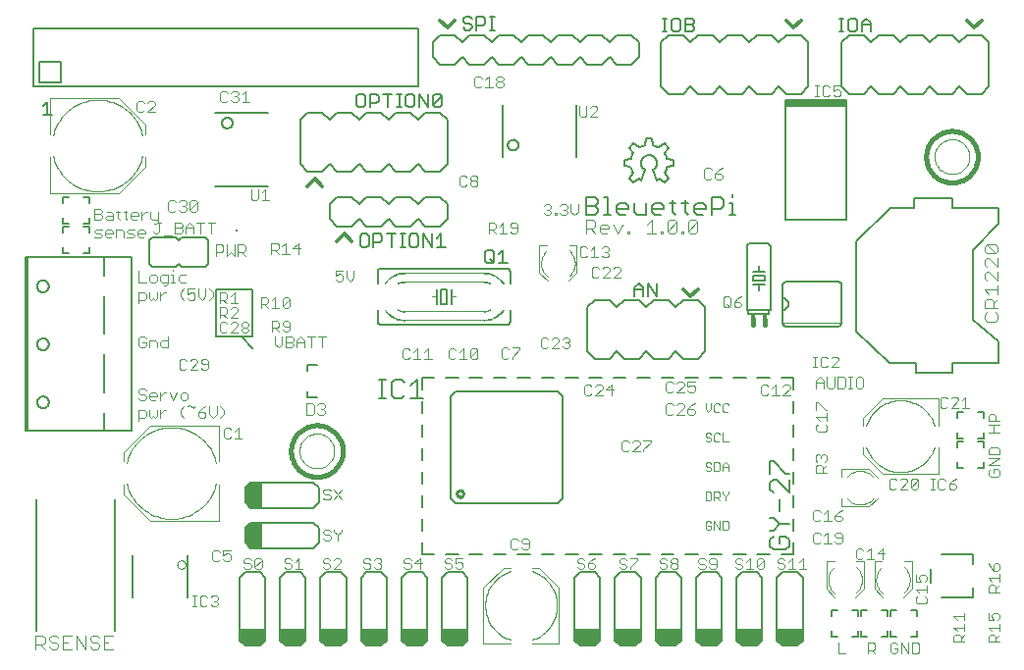
<source format=gto>
G75*
G70*
%OFA0B0*%
%FSLAX24Y24*%
%IPPOS*%
%LPD*%
%AMOC8*
5,1,8,0,0,1.08239X$1,22.5*
%
%ADD10C,0.0050*%
%ADD11C,0.0040*%
%ADD12C,0.0030*%
%ADD13C,0.0060*%
%ADD14C,0.0160*%
%ADD15C,0.0120*%
%ADD16C,0.0001*%
%ADD17C,0.0020*%
%ADD18C,0.0080*%
%ADD19C,0.0100*%
%ADD20R,0.0079X0.0079*%
%ADD21C,0.0000*%
%ADD22R,0.0160X0.0230*%
D10*
X014050Y005657D02*
X014470Y005657D01*
X014864Y005657D02*
X015284Y005657D01*
X015677Y005657D02*
X016097Y005657D01*
X016491Y005657D02*
X016911Y005657D01*
X017305Y005657D02*
X017725Y005657D01*
X018118Y005657D02*
X018538Y005657D01*
X018932Y005657D02*
X019352Y005657D01*
X019746Y005657D02*
X020166Y005657D01*
X020559Y005657D02*
X020979Y005657D01*
X021373Y005657D02*
X021793Y005657D01*
X022187Y005657D02*
X022607Y005657D01*
X023000Y005657D02*
X023420Y005657D01*
X023814Y005657D02*
X024234Y005657D01*
X024628Y005657D02*
X025048Y005657D01*
X025441Y005657D02*
X025861Y005657D01*
X026255Y005657D02*
X026675Y005657D01*
X026675Y006062D01*
X026675Y006456D02*
X026675Y006861D01*
X026675Y007255D02*
X026675Y007660D01*
X026675Y008054D02*
X026675Y008460D01*
X026675Y008853D02*
X026675Y009259D01*
X026675Y009653D02*
X026675Y010058D01*
X026675Y010452D02*
X026675Y010857D01*
X026675Y011251D02*
X026675Y011657D01*
X026255Y011657D01*
X025861Y011657D02*
X025441Y011657D01*
X025048Y011657D02*
X024628Y011657D01*
X024234Y011657D02*
X023814Y011657D01*
X023420Y011657D02*
X023000Y011657D01*
X022607Y011657D02*
X022187Y011657D01*
X021793Y011657D02*
X021373Y011657D01*
X020979Y011657D02*
X020559Y011657D01*
X020166Y011657D02*
X019746Y011657D01*
X019352Y011657D02*
X018932Y011657D01*
X018538Y011657D02*
X018118Y011657D01*
X017725Y011657D02*
X017305Y011657D01*
X016911Y011657D02*
X016491Y011657D01*
X016097Y011657D02*
X015677Y011657D01*
X015284Y011657D02*
X014864Y011657D01*
X014470Y011657D02*
X014050Y011657D01*
X014050Y011251D01*
X014050Y010857D02*
X014050Y010452D01*
X014050Y010058D02*
X014050Y009653D01*
X014050Y009259D02*
X014050Y008853D01*
X014050Y008460D02*
X014050Y008054D01*
X014050Y007660D02*
X014050Y007255D01*
X014050Y006861D02*
X014050Y006456D01*
X014050Y006062D02*
X014050Y005657D01*
X008300Y012657D02*
X007925Y013032D01*
X007050Y013032D01*
X007050Y014657D01*
X008300Y014657D01*
X008300Y013032D01*
X007925Y013032D01*
X011950Y016157D02*
X011950Y016457D01*
X012025Y016532D01*
X012175Y016532D01*
X012250Y016457D01*
X012250Y016157D01*
X012175Y016082D01*
X012025Y016082D01*
X011950Y016157D01*
X012410Y016232D02*
X012636Y016232D01*
X012711Y016307D01*
X012711Y016457D01*
X012636Y016532D01*
X012410Y016532D01*
X012410Y016082D01*
X012871Y016532D02*
X013171Y016532D01*
X013021Y016532D02*
X013021Y016082D01*
X013331Y016082D02*
X013481Y016082D01*
X013406Y016082D02*
X013406Y016532D01*
X013331Y016532D02*
X013481Y016532D01*
X013638Y016457D02*
X013638Y016157D01*
X013713Y016082D01*
X013863Y016082D01*
X013938Y016157D01*
X013938Y016457D01*
X013863Y016532D01*
X013713Y016532D01*
X013638Y016457D01*
X014098Y016532D02*
X014098Y016082D01*
X014399Y016082D02*
X014098Y016532D01*
X014399Y016532D02*
X014399Y016082D01*
X014559Y016082D02*
X014859Y016082D01*
X014709Y016082D02*
X014709Y016532D01*
X014559Y016382D01*
X016200Y015907D02*
X016200Y015607D01*
X016275Y015532D01*
X016425Y015532D01*
X016500Y015607D01*
X016500Y015907D01*
X016425Y015982D01*
X016275Y015982D01*
X016200Y015907D01*
X016350Y015682D02*
X016500Y015532D01*
X016660Y015532D02*
X016961Y015532D01*
X016811Y015532D02*
X016811Y015982D01*
X016660Y015832D01*
X019638Y017182D02*
X019943Y017182D01*
X020045Y017283D01*
X020045Y017385D01*
X019943Y017487D01*
X019638Y017487D01*
X019943Y017487D02*
X020045Y017589D01*
X020045Y017690D01*
X019943Y017792D01*
X019638Y017792D01*
X019638Y017182D01*
X020245Y017182D02*
X020449Y017182D01*
X020347Y017182D02*
X020347Y017792D01*
X020245Y017792D01*
X020650Y017487D02*
X020752Y017589D01*
X020956Y017589D01*
X021057Y017487D01*
X021057Y017385D01*
X020650Y017385D01*
X020650Y017283D02*
X020650Y017487D01*
X020650Y017283D02*
X020752Y017182D01*
X020956Y017182D01*
X021258Y017283D02*
X021258Y017589D01*
X021258Y017283D02*
X021360Y017182D01*
X021665Y017182D01*
X021665Y017589D01*
X021866Y017487D02*
X021866Y017283D01*
X021968Y017182D01*
X022171Y017182D01*
X022273Y017385D02*
X021866Y017385D01*
X021866Y017487D02*
X021968Y017589D01*
X022171Y017589D01*
X022273Y017487D01*
X022273Y017385D01*
X022474Y017589D02*
X022677Y017589D01*
X022575Y017690D02*
X022575Y017283D01*
X022677Y017182D01*
X022980Y017283D02*
X022980Y017690D01*
X022879Y017589D02*
X023082Y017589D01*
X023284Y017487D02*
X023284Y017283D01*
X023386Y017182D01*
X023589Y017182D01*
X023691Y017385D02*
X023284Y017385D01*
X023284Y017487D02*
X023386Y017589D01*
X023589Y017589D01*
X023691Y017487D01*
X023691Y017385D01*
X023892Y017385D02*
X024197Y017385D01*
X024299Y017487D01*
X024299Y017690D01*
X024197Y017792D01*
X023892Y017792D01*
X023892Y017182D01*
X024499Y017182D02*
X024703Y017182D01*
X024601Y017182D02*
X024601Y017589D01*
X024499Y017589D01*
X024601Y017792D02*
X024601Y017894D01*
X023082Y017182D02*
X022980Y017283D01*
X022040Y014857D02*
X022040Y014407D01*
X021740Y014857D01*
X021740Y014407D01*
X021579Y014407D02*
X021579Y014707D01*
X021429Y014857D01*
X021279Y014707D01*
X021279Y014407D01*
X021279Y014632D02*
X021579Y014632D01*
X028803Y013215D02*
X029919Y012159D01*
X030819Y012159D01*
X030819Y011808D01*
X032071Y011808D01*
X032071Y012159D01*
X033644Y012159D01*
X033644Y012882D01*
X032759Y013624D01*
X032759Y015982D01*
X033644Y016882D01*
X033644Y017404D01*
X032071Y017404D01*
X032071Y017756D01*
X030779Y017756D01*
X030779Y017404D01*
X029979Y017404D01*
X028803Y016288D01*
X028803Y013215D01*
X001789Y021668D02*
X001789Y022396D01*
X001061Y022396D01*
X001061Y021667D01*
X001789Y021667D01*
X001337Y021023D02*
X001337Y020572D01*
X001487Y020572D02*
X001186Y020572D01*
X001186Y020873D02*
X001337Y021023D01*
X000874Y021549D02*
X000874Y023518D01*
X013945Y023518D01*
X013945Y021549D01*
X000874Y021549D01*
X011825Y021207D02*
X011825Y020907D01*
X011900Y020832D01*
X012050Y020832D01*
X012125Y020907D01*
X012125Y021207D01*
X012050Y021282D01*
X011900Y021282D01*
X011825Y021207D01*
X012285Y021282D02*
X012285Y020832D01*
X012285Y020982D02*
X012511Y020982D01*
X012586Y021057D01*
X012586Y021207D01*
X012511Y021282D01*
X012285Y021282D01*
X012746Y021282D02*
X013046Y021282D01*
X012896Y021282D02*
X012896Y020832D01*
X013206Y020832D02*
X013356Y020832D01*
X013281Y020832D02*
X013281Y021282D01*
X013206Y021282D02*
X013356Y021282D01*
X013513Y021207D02*
X013513Y020907D01*
X013588Y020832D01*
X013738Y020832D01*
X013813Y020907D01*
X013813Y021207D01*
X013738Y021282D01*
X013588Y021282D01*
X013513Y021207D01*
X013973Y021282D02*
X014274Y020832D01*
X014274Y021282D01*
X014434Y021207D02*
X014434Y020907D01*
X014734Y021207D01*
X014734Y020907D01*
X014659Y020832D01*
X014509Y020832D01*
X014434Y020907D01*
X014434Y021207D02*
X014509Y021282D01*
X014659Y021282D01*
X014734Y021207D01*
X013973Y021282D02*
X013973Y020832D01*
X015525Y023457D02*
X015450Y023532D01*
X015525Y023457D02*
X015675Y023457D01*
X015750Y023532D01*
X015750Y023607D01*
X015675Y023682D01*
X015525Y023682D01*
X015450Y023757D01*
X015450Y023832D01*
X015525Y023907D01*
X015675Y023907D01*
X015750Y023832D01*
X015910Y023907D02*
X016136Y023907D01*
X016211Y023832D01*
X016211Y023682D01*
X016136Y023607D01*
X015910Y023607D01*
X015910Y023457D02*
X015910Y023907D01*
X016371Y023907D02*
X016521Y023907D01*
X016446Y023907D02*
X016446Y023457D01*
X016371Y023457D02*
X016521Y023457D01*
X022222Y023407D02*
X022372Y023407D01*
X022297Y023407D02*
X022297Y023857D01*
X022222Y023857D02*
X022372Y023857D01*
X022529Y023782D02*
X022529Y023482D01*
X022604Y023407D01*
X022754Y023407D01*
X022829Y023482D01*
X022829Y023782D01*
X022754Y023857D01*
X022604Y023857D01*
X022529Y023782D01*
X022990Y023857D02*
X022990Y023407D01*
X023215Y023407D01*
X023290Y023482D01*
X023290Y023557D01*
X023215Y023632D01*
X022990Y023632D01*
X023215Y023632D02*
X023290Y023707D01*
X023290Y023782D01*
X023215Y023857D01*
X022990Y023857D01*
X028222Y023857D02*
X028372Y023857D01*
X028297Y023857D02*
X028297Y023407D01*
X028222Y023407D02*
X028372Y023407D01*
X028529Y023482D02*
X028604Y023407D01*
X028754Y023407D01*
X028829Y023482D01*
X028829Y023782D01*
X028754Y023857D01*
X028604Y023857D01*
X028529Y023782D01*
X028529Y023482D01*
X028990Y023407D02*
X028990Y023707D01*
X029140Y023857D01*
X029290Y023707D01*
X029290Y023407D01*
X029290Y023632D02*
X028990Y023632D01*
D11*
X000945Y002887D02*
X000945Y002427D01*
X000945Y002580D02*
X001175Y002580D01*
X001252Y002657D01*
X001252Y002810D01*
X001175Y002887D01*
X000945Y002887D01*
X001098Y002580D02*
X001252Y002427D01*
X001405Y002503D02*
X001482Y002427D01*
X001636Y002427D01*
X001712Y002503D01*
X001712Y002580D01*
X001636Y002657D01*
X001482Y002657D01*
X001405Y002733D01*
X001405Y002810D01*
X001482Y002887D01*
X001636Y002887D01*
X001712Y002810D01*
X001866Y002887D02*
X001866Y002427D01*
X002173Y002427D01*
X002326Y002427D02*
X002326Y002887D01*
X002633Y002427D01*
X002633Y002887D01*
X002787Y002810D02*
X002787Y002733D01*
X002863Y002657D01*
X003017Y002657D01*
X003093Y002580D01*
X003093Y002503D01*
X003017Y002427D01*
X002863Y002427D01*
X002787Y002503D01*
X002787Y002810D02*
X002863Y002887D01*
X003017Y002887D01*
X003093Y002810D01*
X003247Y002887D02*
X003247Y002427D01*
X003554Y002427D01*
X003400Y002657D02*
X003247Y002657D01*
X003247Y002887D02*
X003554Y002887D01*
X002173Y002887D02*
X001866Y002887D01*
X001866Y002657D02*
X002019Y002657D01*
X006270Y003877D02*
X006390Y003877D01*
X006330Y003877D02*
X006330Y004237D01*
X006270Y004237D02*
X006390Y004237D01*
X006516Y004177D02*
X006516Y003937D01*
X006576Y003877D01*
X006696Y003877D01*
X006756Y003937D01*
X006884Y003937D02*
X006944Y003877D01*
X007064Y003877D01*
X007124Y003937D01*
X007124Y003997D01*
X007064Y004057D01*
X007004Y004057D01*
X007064Y004057D02*
X007124Y004117D01*
X007124Y004177D01*
X007064Y004237D01*
X006944Y004237D01*
X006884Y004177D01*
X006756Y004177D02*
X006696Y004237D01*
X006576Y004237D01*
X006516Y004177D01*
X008008Y005212D02*
X008068Y005152D01*
X008188Y005152D01*
X008248Y005212D01*
X008248Y005272D01*
X008188Y005332D01*
X008068Y005332D01*
X008008Y005392D01*
X008008Y005452D01*
X008068Y005512D01*
X008188Y005512D01*
X008248Y005452D01*
X008376Y005452D02*
X008436Y005512D01*
X008556Y005512D01*
X008616Y005452D01*
X008376Y005212D01*
X008436Y005152D01*
X008556Y005152D01*
X008616Y005212D01*
X008616Y005452D01*
X008376Y005452D02*
X008376Y005212D01*
X009383Y005212D02*
X009443Y005152D01*
X009563Y005152D01*
X009623Y005212D01*
X009623Y005272D01*
X009563Y005332D01*
X009443Y005332D01*
X009383Y005392D01*
X009383Y005452D01*
X009443Y005512D01*
X009563Y005512D01*
X009623Y005452D01*
X009751Y005392D02*
X009871Y005512D01*
X009871Y005152D01*
X009751Y005152D02*
X009991Y005152D01*
X010695Y005212D02*
X010755Y005152D01*
X010875Y005152D01*
X010935Y005212D01*
X010935Y005272D01*
X010875Y005332D01*
X010755Y005332D01*
X010695Y005392D01*
X010695Y005452D01*
X010755Y005512D01*
X010875Y005512D01*
X010935Y005452D01*
X011063Y005452D02*
X011123Y005512D01*
X011243Y005512D01*
X011304Y005452D01*
X011304Y005392D01*
X011063Y005152D01*
X011304Y005152D01*
X012070Y005212D02*
X012130Y005152D01*
X012250Y005152D01*
X012310Y005212D01*
X012310Y005272D01*
X012250Y005332D01*
X012130Y005332D01*
X012070Y005392D01*
X012070Y005452D01*
X012130Y005512D01*
X012250Y005512D01*
X012310Y005452D01*
X012438Y005452D02*
X012498Y005512D01*
X012618Y005512D01*
X012679Y005452D01*
X012679Y005392D01*
X012618Y005332D01*
X012679Y005272D01*
X012679Y005212D01*
X012618Y005152D01*
X012498Y005152D01*
X012438Y005212D01*
X012558Y005332D02*
X012618Y005332D01*
X013445Y005392D02*
X013505Y005332D01*
X013625Y005332D01*
X013685Y005272D01*
X013685Y005212D01*
X013625Y005152D01*
X013505Y005152D01*
X013445Y005212D01*
X013445Y005392D02*
X013445Y005452D01*
X013505Y005512D01*
X013625Y005512D01*
X013685Y005452D01*
X013813Y005332D02*
X014054Y005332D01*
X013993Y005512D02*
X013813Y005332D01*
X013993Y005152D02*
X013993Y005512D01*
X014820Y005452D02*
X014820Y005392D01*
X014880Y005332D01*
X015000Y005332D01*
X015060Y005272D01*
X015060Y005212D01*
X015000Y005152D01*
X014880Y005152D01*
X014820Y005212D01*
X014820Y005452D02*
X014880Y005512D01*
X015000Y005512D01*
X015060Y005452D01*
X015188Y005512D02*
X015188Y005332D01*
X015308Y005392D01*
X015368Y005392D01*
X015429Y005332D01*
X015429Y005212D01*
X015368Y005152D01*
X015248Y005152D01*
X015188Y005212D01*
X015188Y005512D02*
X015429Y005512D01*
X016145Y004517D02*
X016815Y005186D01*
X017051Y005186D01*
X017799Y005186D02*
X018035Y005186D01*
X018705Y004517D01*
X018705Y002627D01*
X017799Y002627D01*
X017051Y002627D02*
X016145Y002627D01*
X016145Y004517D01*
X017799Y005068D02*
X017863Y005046D01*
X017926Y005019D01*
X017988Y004989D01*
X018047Y004956D01*
X018105Y004920D01*
X018161Y004880D01*
X018214Y004837D01*
X018265Y004792D01*
X018313Y004744D01*
X018358Y004693D01*
X018401Y004639D01*
X018440Y004583D01*
X018477Y004526D01*
X018510Y004466D01*
X018539Y004404D01*
X018565Y004341D01*
X018588Y004277D01*
X018607Y004211D01*
X018622Y004144D01*
X018633Y004077D01*
X018641Y004009D01*
X018645Y003941D01*
X018645Y003873D01*
X018641Y003805D01*
X018633Y003737D01*
X018622Y003670D01*
X018607Y003603D01*
X018588Y003537D01*
X018565Y003473D01*
X018539Y003410D01*
X018510Y003348D01*
X018477Y003288D01*
X018440Y003231D01*
X018401Y003175D01*
X018358Y003121D01*
X018313Y003070D01*
X018265Y003022D01*
X018214Y002977D01*
X018161Y002934D01*
X018105Y002894D01*
X018047Y002858D01*
X017988Y002825D01*
X017926Y002795D01*
X017863Y002768D01*
X017799Y002746D01*
X017051Y002746D02*
X016987Y002768D01*
X016924Y002795D01*
X016862Y002825D01*
X016803Y002858D01*
X016745Y002894D01*
X016689Y002934D01*
X016636Y002977D01*
X016585Y003022D01*
X016537Y003070D01*
X016492Y003121D01*
X016449Y003175D01*
X016410Y003231D01*
X016373Y003288D01*
X016340Y003348D01*
X016311Y003410D01*
X016285Y003473D01*
X016262Y003537D01*
X016243Y003603D01*
X016228Y003670D01*
X016217Y003737D01*
X016209Y003805D01*
X016205Y003873D01*
X016205Y003941D01*
X016209Y004009D01*
X016217Y004077D01*
X016228Y004144D01*
X016243Y004211D01*
X016262Y004277D01*
X016285Y004341D01*
X016311Y004404D01*
X016340Y004466D01*
X016373Y004526D01*
X016410Y004583D01*
X016449Y004639D01*
X016492Y004693D01*
X016537Y004744D01*
X016585Y004792D01*
X016636Y004837D01*
X016689Y004880D01*
X016745Y004920D01*
X016803Y004956D01*
X016862Y004989D01*
X016924Y005019D01*
X016987Y005046D01*
X017051Y005068D01*
X019320Y005212D02*
X019380Y005152D01*
X019500Y005152D01*
X019560Y005212D01*
X019560Y005272D01*
X019500Y005332D01*
X019380Y005332D01*
X019320Y005392D01*
X019320Y005452D01*
X019380Y005512D01*
X019500Y005512D01*
X019560Y005452D01*
X019688Y005332D02*
X019868Y005332D01*
X019929Y005272D01*
X019929Y005212D01*
X019868Y005152D01*
X019748Y005152D01*
X019688Y005212D01*
X019688Y005332D01*
X019808Y005452D01*
X019929Y005512D01*
X020758Y005439D02*
X020758Y005379D01*
X020818Y005319D01*
X020938Y005319D01*
X020998Y005259D01*
X020998Y005199D01*
X020938Y005139D01*
X020818Y005139D01*
X020758Y005199D01*
X020758Y005439D02*
X020818Y005499D01*
X020938Y005499D01*
X020998Y005439D01*
X021126Y005499D02*
X021366Y005499D01*
X021366Y005439D01*
X021126Y005199D01*
X021126Y005139D01*
X022133Y005212D02*
X022193Y005152D01*
X022313Y005152D01*
X022373Y005212D01*
X022373Y005272D01*
X022313Y005332D01*
X022193Y005332D01*
X022133Y005392D01*
X022133Y005452D01*
X022193Y005512D01*
X022313Y005512D01*
X022373Y005452D01*
X022501Y005452D02*
X022501Y005392D01*
X022561Y005332D01*
X022681Y005332D01*
X022741Y005272D01*
X022741Y005212D01*
X022681Y005152D01*
X022561Y005152D01*
X022501Y005212D01*
X022501Y005272D01*
X022561Y005332D01*
X022681Y005332D02*
X022741Y005392D01*
X022741Y005452D01*
X022681Y005512D01*
X022561Y005512D01*
X022501Y005452D01*
X023445Y005439D02*
X023445Y005379D01*
X023505Y005319D01*
X023625Y005319D01*
X023685Y005259D01*
X023685Y005199D01*
X023625Y005139D01*
X023505Y005139D01*
X023445Y005199D01*
X023445Y005439D02*
X023505Y005499D01*
X023625Y005499D01*
X023685Y005439D01*
X023813Y005439D02*
X023813Y005379D01*
X023873Y005319D01*
X024054Y005319D01*
X024054Y005199D02*
X024054Y005439D01*
X023993Y005499D01*
X023873Y005499D01*
X023813Y005439D01*
X023813Y005199D02*
X023873Y005139D01*
X023993Y005139D01*
X024054Y005199D01*
X024695Y005199D02*
X024755Y005139D01*
X024875Y005139D01*
X024935Y005199D01*
X024935Y005259D01*
X024875Y005319D01*
X024755Y005319D01*
X024695Y005379D01*
X024695Y005439D01*
X024755Y005499D01*
X024875Y005499D01*
X024935Y005439D01*
X025063Y005379D02*
X025183Y005499D01*
X025183Y005139D01*
X025063Y005139D02*
X025304Y005139D01*
X025432Y005199D02*
X025672Y005439D01*
X025672Y005199D01*
X025612Y005139D01*
X025492Y005139D01*
X025432Y005199D01*
X025432Y005439D01*
X025492Y005499D01*
X025612Y005499D01*
X025672Y005439D01*
X026133Y005452D02*
X026133Y005392D01*
X026193Y005332D01*
X026313Y005332D01*
X026373Y005272D01*
X026373Y005212D01*
X026313Y005152D01*
X026193Y005152D01*
X026133Y005212D01*
X026133Y005452D02*
X026193Y005512D01*
X026313Y005512D01*
X026373Y005452D01*
X026501Y005392D02*
X026621Y005512D01*
X026621Y005152D01*
X026501Y005152D02*
X026741Y005152D01*
X026869Y005152D02*
X027109Y005152D01*
X026989Y005152D02*
X026989Y005512D01*
X026869Y005392D01*
X027795Y005411D02*
X027795Y004467D01*
X028071Y004191D01*
X028070Y004329D02*
X028035Y004359D01*
X028003Y004391D01*
X027973Y004426D01*
X027946Y004464D01*
X027922Y004503D01*
X027902Y004544D01*
X027884Y004587D01*
X027871Y004631D01*
X027861Y004676D01*
X027854Y004721D01*
X027851Y004767D01*
X027852Y004813D01*
X027856Y004859D01*
X027865Y004904D01*
X027876Y004949D01*
X027892Y004992D01*
X027910Y005034D01*
X027933Y005075D01*
X027958Y005113D01*
X027986Y005150D01*
X028017Y005184D01*
X028051Y005215D01*
X028051Y005411D02*
X027795Y005411D01*
X028799Y005215D02*
X028833Y005183D01*
X028864Y005148D01*
X028893Y005111D01*
X028918Y005072D01*
X028940Y005031D01*
X028959Y004988D01*
X028974Y004943D01*
X028985Y004898D01*
X028993Y004852D01*
X028997Y004805D01*
X028997Y004759D01*
X028993Y004712D01*
X028985Y004666D01*
X028974Y004621D01*
X028959Y004576D01*
X028940Y004533D01*
X028918Y004492D01*
X028893Y004453D01*
X028864Y004416D01*
X028833Y004381D01*
X028799Y004349D01*
X028779Y004191D02*
X029055Y004467D01*
X029055Y005411D01*
X028799Y005411D01*
X029420Y005411D02*
X029676Y005411D01*
X029420Y005411D02*
X029420Y004467D01*
X029696Y004191D01*
X029695Y004329D02*
X029660Y004359D01*
X029628Y004391D01*
X029598Y004426D01*
X029571Y004464D01*
X029547Y004503D01*
X029527Y004544D01*
X029509Y004587D01*
X029496Y004631D01*
X029486Y004676D01*
X029479Y004721D01*
X029476Y004767D01*
X029477Y004813D01*
X029481Y004859D01*
X029490Y004904D01*
X029501Y004949D01*
X029517Y004992D01*
X029535Y005034D01*
X029558Y005075D01*
X029583Y005113D01*
X029611Y005150D01*
X029642Y005184D01*
X029676Y005215D01*
X030424Y005215D02*
X030458Y005183D01*
X030489Y005148D01*
X030518Y005111D01*
X030543Y005072D01*
X030565Y005031D01*
X030584Y004988D01*
X030599Y004943D01*
X030610Y004898D01*
X030618Y004852D01*
X030622Y004805D01*
X030622Y004759D01*
X030618Y004712D01*
X030610Y004666D01*
X030599Y004621D01*
X030584Y004576D01*
X030565Y004533D01*
X030543Y004492D01*
X030518Y004453D01*
X030489Y004416D01*
X030458Y004381D01*
X030424Y004349D01*
X030404Y004191D02*
X030680Y004467D01*
X030680Y005411D01*
X030424Y005411D01*
X029240Y007277D02*
X028295Y007277D01*
X028295Y007533D01*
X028492Y008281D02*
X028524Y008315D01*
X028559Y008346D01*
X028596Y008375D01*
X028635Y008400D01*
X028676Y008422D01*
X028719Y008441D01*
X028764Y008456D01*
X028809Y008467D01*
X028855Y008475D01*
X028902Y008479D01*
X028948Y008479D01*
X028995Y008475D01*
X029041Y008467D01*
X029086Y008456D01*
X029131Y008441D01*
X029174Y008422D01*
X029215Y008400D01*
X029254Y008375D01*
X029291Y008346D01*
X029326Y008315D01*
X029358Y008281D01*
X029516Y008261D02*
X029240Y008536D01*
X028295Y008536D01*
X028295Y008281D01*
X028492Y007533D02*
X028523Y007499D01*
X028557Y007468D01*
X028594Y007440D01*
X028632Y007415D01*
X028673Y007392D01*
X028715Y007374D01*
X028758Y007358D01*
X028803Y007347D01*
X028848Y007338D01*
X028894Y007334D01*
X028940Y007333D01*
X028986Y007336D01*
X029031Y007343D01*
X029076Y007353D01*
X029120Y007366D01*
X029163Y007384D01*
X029204Y007404D01*
X029243Y007428D01*
X029281Y007455D01*
X029316Y007485D01*
X029348Y007517D01*
X029378Y007552D01*
X029516Y007552D02*
X029240Y007277D01*
X029690Y008377D02*
X029020Y009046D01*
X029020Y009283D01*
X029020Y010031D02*
X029020Y010267D01*
X029690Y010936D01*
X031580Y010936D01*
X031580Y010031D01*
X031580Y009283D02*
X031580Y008377D01*
X029690Y008377D01*
X029139Y010031D02*
X029161Y010095D01*
X029188Y010158D01*
X029218Y010220D01*
X029251Y010279D01*
X029287Y010337D01*
X029327Y010393D01*
X029370Y010446D01*
X029415Y010497D01*
X029463Y010545D01*
X029514Y010590D01*
X029568Y010633D01*
X029624Y010672D01*
X029681Y010709D01*
X029741Y010742D01*
X029803Y010771D01*
X029866Y010797D01*
X029930Y010820D01*
X029996Y010839D01*
X030063Y010854D01*
X030130Y010865D01*
X030198Y010873D01*
X030266Y010877D01*
X030334Y010877D01*
X030402Y010873D01*
X030470Y010865D01*
X030537Y010854D01*
X030604Y010839D01*
X030670Y010820D01*
X030734Y010797D01*
X030797Y010771D01*
X030859Y010742D01*
X030919Y010709D01*
X030976Y010672D01*
X031032Y010633D01*
X031086Y010590D01*
X031137Y010545D01*
X031185Y010497D01*
X031230Y010446D01*
X031273Y010393D01*
X031313Y010337D01*
X031349Y010279D01*
X031382Y010220D01*
X031412Y010158D01*
X031439Y010095D01*
X031461Y010031D01*
X031461Y009283D02*
X031439Y009219D01*
X031412Y009156D01*
X031382Y009094D01*
X031349Y009035D01*
X031313Y008977D01*
X031273Y008921D01*
X031230Y008868D01*
X031185Y008817D01*
X031137Y008769D01*
X031086Y008724D01*
X031032Y008681D01*
X030976Y008642D01*
X030919Y008605D01*
X030859Y008572D01*
X030797Y008543D01*
X030734Y008517D01*
X030670Y008494D01*
X030604Y008475D01*
X030537Y008460D01*
X030470Y008449D01*
X030402Y008441D01*
X030334Y008437D01*
X030266Y008437D01*
X030198Y008441D01*
X030130Y008449D01*
X030063Y008460D01*
X029996Y008475D01*
X029930Y008494D01*
X029866Y008517D01*
X029803Y008543D01*
X029741Y008572D01*
X029681Y008605D01*
X029624Y008642D01*
X029568Y008681D01*
X029514Y008724D01*
X029463Y008769D01*
X029415Y008817D01*
X029370Y008868D01*
X029327Y008921D01*
X029287Y008977D01*
X029251Y009035D01*
X029218Y009094D01*
X029188Y009156D01*
X029161Y009219D01*
X029139Y009283D01*
X028192Y012002D02*
X027952Y012002D01*
X028192Y012242D01*
X028192Y012302D01*
X028132Y012362D01*
X028012Y012362D01*
X027952Y012302D01*
X027824Y012302D02*
X027764Y012362D01*
X027643Y012362D01*
X027583Y012302D01*
X027583Y012062D01*
X027643Y012002D01*
X027764Y012002D01*
X027824Y012062D01*
X027458Y012002D02*
X027338Y012002D01*
X027398Y012002D02*
X027398Y012362D01*
X027338Y012362D02*
X027458Y012362D01*
X024892Y014099D02*
X024892Y014159D01*
X024832Y014219D01*
X024652Y014219D01*
X024652Y014099D01*
X024712Y014039D01*
X024832Y014039D01*
X024892Y014099D01*
X024772Y014339D02*
X024652Y014219D01*
X024772Y014339D02*
X024892Y014399D01*
X024524Y014339D02*
X024524Y014099D01*
X024464Y014039D01*
X024343Y014039D01*
X024283Y014099D01*
X024283Y014339D01*
X024343Y014399D01*
X024464Y014399D01*
X024524Y014339D01*
X024403Y014159D02*
X024524Y014039D01*
X023316Y016552D02*
X023162Y016552D01*
X023085Y016628D01*
X023392Y016935D01*
X023392Y016628D01*
X023316Y016552D01*
X023085Y016628D02*
X023085Y016935D01*
X023162Y017012D01*
X023316Y017012D01*
X023392Y016935D01*
X022932Y016628D02*
X022932Y016552D01*
X022855Y016552D01*
X022855Y016628D01*
X022932Y016628D01*
X022702Y016628D02*
X022625Y016552D01*
X022472Y016552D01*
X022395Y016628D01*
X022702Y016935D01*
X022702Y016628D01*
X022395Y016628D02*
X022395Y016935D01*
X022472Y017012D01*
X022625Y017012D01*
X022702Y016935D01*
X022241Y016628D02*
X022241Y016552D01*
X022165Y016552D01*
X022165Y016628D01*
X022241Y016628D01*
X022011Y016552D02*
X021704Y016552D01*
X021858Y016552D02*
X021858Y017012D01*
X021704Y016858D01*
X021090Y016628D02*
X021090Y016552D01*
X021014Y016552D01*
X021014Y016628D01*
X021090Y016628D01*
X020860Y016858D02*
X020707Y016552D01*
X020553Y016858D01*
X020400Y016782D02*
X020400Y016705D01*
X020093Y016705D01*
X020093Y016782D02*
X020170Y016858D01*
X020323Y016858D01*
X020400Y016782D01*
X020323Y016552D02*
X020170Y016552D01*
X020093Y016628D01*
X020093Y016782D01*
X019939Y016782D02*
X019863Y016705D01*
X019633Y016705D01*
X019786Y016705D02*
X019939Y016552D01*
X019939Y016782D02*
X019939Y016935D01*
X019863Y017012D01*
X019633Y017012D01*
X019633Y016552D01*
X019305Y016161D02*
X019305Y015217D01*
X019029Y014941D01*
X018321Y014941D02*
X018045Y015217D01*
X018045Y016161D01*
X018301Y016161D01*
X019049Y015965D02*
X019083Y015933D01*
X019114Y015898D01*
X019143Y015861D01*
X019168Y015822D01*
X019190Y015781D01*
X019209Y015738D01*
X019224Y015693D01*
X019235Y015648D01*
X019243Y015602D01*
X019247Y015555D01*
X019247Y015509D01*
X019243Y015462D01*
X019235Y015416D01*
X019224Y015371D01*
X019209Y015326D01*
X019190Y015283D01*
X019168Y015242D01*
X019143Y015203D01*
X019114Y015166D01*
X019083Y015131D01*
X019049Y015099D01*
X018320Y015079D02*
X018285Y015109D01*
X018253Y015141D01*
X018223Y015176D01*
X018196Y015214D01*
X018172Y015253D01*
X018152Y015294D01*
X018134Y015337D01*
X018121Y015381D01*
X018111Y015426D01*
X018104Y015471D01*
X018101Y015517D01*
X018102Y015563D01*
X018106Y015609D01*
X018115Y015654D01*
X018126Y015699D01*
X018142Y015742D01*
X018160Y015784D01*
X018183Y015825D01*
X018208Y015863D01*
X018236Y015900D01*
X018267Y015934D01*
X018301Y015965D01*
X019049Y016161D02*
X019305Y016161D01*
X019463Y020506D02*
X019403Y020566D01*
X019403Y020866D01*
X019644Y020866D02*
X019644Y020566D01*
X019584Y020506D01*
X019463Y020506D01*
X019772Y020506D02*
X020012Y020746D01*
X020012Y020806D01*
X019952Y020866D01*
X019832Y020866D01*
X019772Y020806D01*
X019772Y020506D02*
X020012Y020506D01*
X008859Y017697D02*
X008618Y017697D01*
X008738Y017697D02*
X008738Y018058D01*
X008618Y017938D01*
X008490Y018058D02*
X008490Y017757D01*
X008430Y017697D01*
X008310Y017697D01*
X008250Y017757D01*
X008250Y018058D01*
X004664Y018823D02*
X003759Y017917D01*
X001436Y017917D01*
X001436Y019138D01*
X001436Y019925D02*
X001436Y021146D01*
X003759Y021146D01*
X004664Y020240D01*
X004664Y019925D01*
X004664Y019138D02*
X004664Y018823D01*
X004566Y019178D02*
X004546Y019101D01*
X004523Y019026D01*
X004495Y018952D01*
X004464Y018880D01*
X004429Y018809D01*
X004391Y018740D01*
X004349Y018674D01*
X004304Y018609D01*
X004256Y018547D01*
X004204Y018487D01*
X004150Y018430D01*
X004093Y018376D01*
X004033Y018324D01*
X003971Y018276D01*
X003906Y018231D01*
X003839Y018190D01*
X003770Y018152D01*
X003699Y018117D01*
X003627Y018086D01*
X003553Y018058D01*
X003478Y018035D01*
X003402Y018015D01*
X003324Y017999D01*
X003246Y017987D01*
X003168Y017979D01*
X003089Y017975D01*
X003011Y017975D01*
X002932Y017979D01*
X002854Y017987D01*
X002776Y017999D01*
X002698Y018015D01*
X002622Y018035D01*
X002547Y018058D01*
X002473Y018086D01*
X002401Y018117D01*
X002330Y018152D01*
X002261Y018190D01*
X002194Y018231D01*
X002129Y018276D01*
X002067Y018324D01*
X002007Y018376D01*
X001950Y018430D01*
X001896Y018487D01*
X001844Y018547D01*
X001796Y018609D01*
X001751Y018674D01*
X001709Y018740D01*
X001671Y018809D01*
X001636Y018880D01*
X001605Y018952D01*
X001577Y019026D01*
X001554Y019101D01*
X001534Y019178D01*
X001534Y019886D02*
X001554Y019963D01*
X001577Y020038D01*
X001605Y020112D01*
X001636Y020184D01*
X001671Y020255D01*
X001709Y020324D01*
X001751Y020390D01*
X001796Y020455D01*
X001844Y020517D01*
X001896Y020577D01*
X001950Y020634D01*
X002007Y020688D01*
X002067Y020740D01*
X002129Y020788D01*
X002194Y020833D01*
X002261Y020874D01*
X002330Y020912D01*
X002401Y020947D01*
X002473Y020978D01*
X002547Y021006D01*
X002622Y021029D01*
X002698Y021049D01*
X002776Y021065D01*
X002854Y021077D01*
X002932Y021085D01*
X003011Y021089D01*
X003089Y021089D01*
X003168Y021085D01*
X003246Y021077D01*
X003324Y021065D01*
X003402Y021049D01*
X003478Y021029D01*
X003553Y021006D01*
X003627Y020978D01*
X003699Y020947D01*
X003770Y020912D01*
X003839Y020874D01*
X003906Y020833D01*
X003971Y020788D01*
X004033Y020740D01*
X004093Y020688D01*
X004150Y020634D01*
X004204Y020577D01*
X004256Y020517D01*
X004304Y020455D01*
X004349Y020390D01*
X004391Y020324D01*
X004429Y020255D01*
X004464Y020184D01*
X004495Y020112D01*
X004523Y020038D01*
X004546Y019963D01*
X004566Y019886D01*
X004841Y010021D02*
X007164Y010021D01*
X007164Y008800D01*
X007164Y008013D02*
X007164Y006792D01*
X004841Y006792D01*
X003936Y007698D01*
X003936Y008013D01*
X003936Y008800D02*
X003936Y009115D01*
X004841Y010021D01*
X004034Y008761D02*
X004054Y008838D01*
X004077Y008913D01*
X004105Y008987D01*
X004136Y009059D01*
X004171Y009130D01*
X004209Y009199D01*
X004251Y009265D01*
X004296Y009330D01*
X004344Y009392D01*
X004396Y009452D01*
X004450Y009509D01*
X004507Y009563D01*
X004567Y009615D01*
X004629Y009663D01*
X004694Y009708D01*
X004761Y009749D01*
X004830Y009787D01*
X004901Y009822D01*
X004973Y009853D01*
X005047Y009881D01*
X005122Y009904D01*
X005198Y009924D01*
X005276Y009940D01*
X005354Y009952D01*
X005432Y009960D01*
X005511Y009964D01*
X005589Y009964D01*
X005668Y009960D01*
X005746Y009952D01*
X005824Y009940D01*
X005902Y009924D01*
X005978Y009904D01*
X006053Y009881D01*
X006127Y009853D01*
X006199Y009822D01*
X006270Y009787D01*
X006339Y009749D01*
X006406Y009708D01*
X006471Y009663D01*
X006533Y009615D01*
X006593Y009563D01*
X006650Y009509D01*
X006704Y009452D01*
X006756Y009392D01*
X006804Y009330D01*
X006849Y009265D01*
X006891Y009199D01*
X006929Y009130D01*
X006964Y009059D01*
X006995Y008987D01*
X007023Y008913D01*
X007046Y008838D01*
X007066Y008761D01*
X007066Y008053D02*
X007046Y007976D01*
X007023Y007901D01*
X006995Y007827D01*
X006964Y007755D01*
X006929Y007684D01*
X006891Y007615D01*
X006849Y007549D01*
X006804Y007484D01*
X006756Y007422D01*
X006704Y007362D01*
X006650Y007305D01*
X006593Y007251D01*
X006533Y007199D01*
X006471Y007151D01*
X006406Y007106D01*
X006339Y007065D01*
X006270Y007027D01*
X006199Y006992D01*
X006127Y006961D01*
X006053Y006933D01*
X005978Y006910D01*
X005902Y006890D01*
X005824Y006874D01*
X005746Y006862D01*
X005668Y006854D01*
X005589Y006850D01*
X005511Y006850D01*
X005432Y006854D01*
X005354Y006862D01*
X005276Y006874D01*
X005198Y006890D01*
X005122Y006910D01*
X005047Y006933D01*
X004973Y006961D01*
X004901Y006992D01*
X004830Y007027D01*
X004761Y007065D01*
X004694Y007106D01*
X004629Y007151D01*
X004567Y007199D01*
X004507Y007251D01*
X004450Y007305D01*
X004396Y007362D01*
X004344Y007422D01*
X004296Y007484D01*
X004251Y007549D01*
X004209Y007615D01*
X004171Y007684D01*
X004136Y007755D01*
X004105Y007827D01*
X004077Y007901D01*
X004054Y007976D01*
X004034Y008053D01*
X010708Y007802D02*
X010708Y007742D01*
X010768Y007682D01*
X010889Y007682D01*
X010949Y007622D01*
X010949Y007562D01*
X010889Y007502D01*
X010768Y007502D01*
X010708Y007562D01*
X010708Y007802D02*
X010768Y007862D01*
X010889Y007862D01*
X010949Y007802D01*
X011077Y007862D02*
X011317Y007502D01*
X011077Y007502D02*
X011317Y007862D01*
X011317Y006487D02*
X011317Y006427D01*
X011197Y006307D01*
X011197Y006127D01*
X011197Y006307D02*
X011077Y006427D01*
X011077Y006487D01*
X010949Y006427D02*
X010889Y006487D01*
X010768Y006487D01*
X010708Y006427D01*
X010708Y006367D01*
X010768Y006307D01*
X010889Y006307D01*
X010949Y006247D01*
X010949Y006187D01*
X010889Y006127D01*
X010768Y006127D01*
X010708Y006187D01*
X033150Y013641D02*
X033227Y013564D01*
X033534Y013564D01*
X033611Y013641D01*
X033611Y013794D01*
X033534Y013871D01*
X033611Y014025D02*
X033150Y014025D01*
X033150Y014255D01*
X033227Y014331D01*
X033380Y014331D01*
X033457Y014255D01*
X033457Y014025D01*
X033457Y014178D02*
X033611Y014331D01*
X033611Y014485D02*
X033611Y014792D01*
X033611Y014945D02*
X033304Y015252D01*
X033227Y015252D01*
X033150Y015176D01*
X033150Y015022D01*
X033227Y014945D01*
X033150Y014638D02*
X033611Y014638D01*
X033611Y014945D02*
X033611Y015252D01*
X033611Y015406D02*
X033304Y015713D01*
X033227Y015713D01*
X033150Y015636D01*
X033150Y015482D01*
X033227Y015406D01*
X033611Y015406D02*
X033611Y015713D01*
X033534Y015866D02*
X033227Y015866D01*
X033150Y015943D01*
X033150Y016096D01*
X033227Y016173D01*
X033534Y015866D01*
X033611Y015943D01*
X033611Y016096D01*
X033534Y016173D01*
X033227Y016173D01*
X033150Y014638D02*
X033304Y014485D01*
X033227Y013871D02*
X033150Y013794D01*
X033150Y013641D01*
D12*
X032509Y010998D02*
X032509Y010628D01*
X032386Y010628D02*
X032633Y010628D01*
X032386Y010875D02*
X032509Y010998D01*
X032264Y010936D02*
X032203Y010998D01*
X032079Y010998D01*
X032017Y010936D01*
X031896Y010936D02*
X031834Y010998D01*
X031711Y010998D01*
X031649Y010936D01*
X031649Y010690D01*
X031711Y010628D01*
X031834Y010628D01*
X031896Y010690D01*
X032017Y010628D02*
X032264Y010875D01*
X032264Y010936D01*
X032264Y010628D02*
X032017Y010628D01*
X033290Y010350D02*
X033290Y010165D01*
X033660Y010165D01*
X033660Y010043D02*
X033290Y010043D01*
X033475Y010043D02*
X033475Y009797D01*
X033660Y009797D02*
X033290Y009797D01*
X033537Y010165D02*
X033537Y010350D01*
X033475Y010412D01*
X033351Y010412D01*
X033290Y010350D01*
X033351Y009280D02*
X033290Y009218D01*
X033290Y009033D01*
X033660Y009033D01*
X033660Y009218D01*
X033598Y009280D01*
X033351Y009280D01*
X033290Y008912D02*
X033660Y008912D01*
X033290Y008665D01*
X033660Y008665D01*
X033598Y008543D02*
X033475Y008543D01*
X033475Y008420D01*
X033598Y008543D02*
X033660Y008482D01*
X033660Y008358D01*
X033598Y008297D01*
X033351Y008297D01*
X033290Y008358D01*
X033290Y008482D01*
X033351Y008543D01*
X032194Y008217D02*
X032070Y008155D01*
X031947Y008032D01*
X032132Y008032D01*
X032194Y007970D01*
X032194Y007908D01*
X032132Y007847D01*
X032008Y007847D01*
X031947Y007908D01*
X031947Y008032D01*
X031825Y008155D02*
X031764Y008217D01*
X031640Y008217D01*
X031578Y008155D01*
X031578Y007908D01*
X031640Y007847D01*
X031764Y007847D01*
X031825Y007908D01*
X031456Y007847D02*
X031333Y007847D01*
X031395Y007847D02*
X031395Y008217D01*
X031456Y008217D02*
X031333Y008217D01*
X030899Y008169D02*
X030899Y007922D01*
X030837Y007861D01*
X030714Y007861D01*
X030652Y007922D01*
X030899Y008169D01*
X030837Y008231D01*
X030714Y008231D01*
X030652Y008169D01*
X030652Y007922D01*
X030531Y007861D02*
X030284Y007861D01*
X030531Y008107D01*
X030531Y008169D01*
X030469Y008231D01*
X030345Y008231D01*
X030284Y008169D01*
X030162Y008169D02*
X030101Y008231D01*
X029977Y008231D01*
X029915Y008169D01*
X029915Y007922D01*
X029977Y007861D01*
X030101Y007861D01*
X030162Y007922D01*
X028319Y007142D02*
X028195Y007080D01*
X028072Y006957D01*
X028257Y006957D01*
X028319Y006895D01*
X028319Y006833D01*
X028257Y006772D01*
X028133Y006772D01*
X028072Y006833D01*
X028072Y006957D01*
X027950Y006772D02*
X027703Y006772D01*
X027827Y006772D02*
X027827Y007142D01*
X027703Y007018D01*
X027582Y007080D02*
X027520Y007142D01*
X027397Y007142D01*
X027335Y007080D01*
X027335Y006833D01*
X027397Y006772D01*
X027520Y006772D01*
X027582Y006833D01*
X027520Y006392D02*
X027397Y006392D01*
X027335Y006330D01*
X027335Y006083D01*
X027397Y006022D01*
X027520Y006022D01*
X027582Y006083D01*
X027703Y006022D02*
X027950Y006022D01*
X027827Y006022D02*
X027827Y006392D01*
X027703Y006268D01*
X027582Y006330D02*
X027520Y006392D01*
X028072Y006330D02*
X028072Y006268D01*
X028133Y006207D01*
X028319Y006207D01*
X028319Y006330D02*
X028257Y006392D01*
X028133Y006392D01*
X028072Y006330D01*
X028319Y006330D02*
X028319Y006083D01*
X028257Y006022D01*
X028133Y006022D01*
X028072Y006083D01*
X028790Y005794D02*
X028790Y005547D01*
X028852Y005486D01*
X028976Y005486D01*
X029037Y005547D01*
X029159Y005486D02*
X029406Y005486D01*
X029282Y005486D02*
X029282Y005856D01*
X029159Y005732D01*
X029037Y005794D02*
X028976Y005856D01*
X028852Y005856D01*
X028790Y005794D01*
X029527Y005671D02*
X029774Y005671D01*
X029712Y005486D02*
X029712Y005856D01*
X029527Y005671D01*
X030816Y004950D02*
X030816Y004703D01*
X031001Y004703D01*
X030940Y004826D01*
X030940Y004888D01*
X031001Y004950D01*
X031125Y004950D01*
X031186Y004888D01*
X031186Y004765D01*
X031125Y004703D01*
X031186Y004581D02*
X031186Y004335D01*
X031186Y004458D02*
X030816Y004458D01*
X030940Y004335D01*
X030878Y004213D02*
X030816Y004151D01*
X030816Y004028D01*
X030878Y003966D01*
X031125Y003966D01*
X031186Y004028D01*
X031186Y004151D01*
X031125Y004213D01*
X032102Y003532D02*
X032473Y003532D01*
X032473Y003655D02*
X032473Y003408D01*
X032473Y003287D02*
X032473Y003040D01*
X032473Y002918D02*
X032349Y002795D01*
X032349Y002857D02*
X032349Y002672D01*
X032473Y002672D02*
X032102Y002672D01*
X032102Y002857D01*
X032164Y002918D01*
X032287Y002918D01*
X032349Y002857D01*
X032226Y003040D02*
X032102Y003163D01*
X032473Y003163D01*
X032226Y003408D02*
X032102Y003532D01*
X033290Y003655D02*
X033290Y003408D01*
X033475Y003408D01*
X033413Y003532D01*
X033413Y003593D01*
X033475Y003655D01*
X033598Y003655D01*
X033660Y003593D01*
X033660Y003470D01*
X033598Y003408D01*
X033660Y003287D02*
X033660Y003040D01*
X033660Y002918D02*
X033537Y002795D01*
X033537Y002857D02*
X033537Y002672D01*
X033660Y002672D02*
X033290Y002672D01*
X033290Y002857D01*
X033351Y002918D01*
X033475Y002918D01*
X033537Y002857D01*
X033413Y003040D02*
X033290Y003163D01*
X033660Y003163D01*
X033660Y004359D02*
X033290Y004359D01*
X033290Y004544D01*
X033351Y004606D01*
X033475Y004606D01*
X033537Y004544D01*
X033537Y004359D01*
X033537Y004482D02*
X033660Y004606D01*
X033660Y004727D02*
X033660Y004974D01*
X033660Y004851D02*
X033290Y004851D01*
X033413Y004727D01*
X033475Y005096D02*
X033351Y005219D01*
X033290Y005343D01*
X033475Y005281D02*
X033475Y005096D01*
X033598Y005096D01*
X033660Y005157D01*
X033660Y005281D01*
X033598Y005343D01*
X033537Y005343D01*
X033475Y005281D01*
X030882Y002642D02*
X030697Y002642D01*
X030697Y002272D01*
X030882Y002272D01*
X030944Y002333D01*
X030944Y002580D01*
X030882Y002642D01*
X030575Y002642D02*
X030575Y002272D01*
X030328Y002642D01*
X030328Y002272D01*
X030207Y002333D02*
X030207Y002457D01*
X030083Y002457D01*
X029960Y002580D02*
X029960Y002333D01*
X030022Y002272D01*
X030145Y002272D01*
X030207Y002333D01*
X030207Y002580D02*
X030145Y002642D01*
X030022Y002642D01*
X029960Y002580D01*
X029444Y002580D02*
X029444Y002457D01*
X029382Y002395D01*
X029197Y002395D01*
X029320Y002395D02*
X029444Y002272D01*
X029197Y002272D02*
X029197Y002642D01*
X029382Y002642D01*
X029444Y002580D01*
X028444Y002272D02*
X028197Y002272D01*
X028197Y002642D01*
X024415Y006477D02*
X024464Y006525D01*
X024464Y006718D01*
X024415Y006767D01*
X024270Y006767D01*
X024270Y006477D01*
X024415Y006477D01*
X024169Y006477D02*
X024169Y006767D01*
X023976Y006767D02*
X024169Y006477D01*
X023976Y006477D02*
X023976Y006767D01*
X023875Y006718D02*
X023826Y006767D01*
X023729Y006767D01*
X023681Y006718D01*
X023681Y006525D01*
X023729Y006477D01*
X023826Y006477D01*
X023875Y006525D01*
X023875Y006622D01*
X023778Y006622D01*
X023826Y007477D02*
X023875Y007525D01*
X023875Y007718D01*
X023826Y007767D01*
X023681Y007767D01*
X023681Y007477D01*
X023826Y007477D01*
X023976Y007477D02*
X023976Y007767D01*
X024121Y007767D01*
X024169Y007718D01*
X024169Y007622D01*
X024121Y007573D01*
X023976Y007573D01*
X024072Y007573D02*
X024169Y007477D01*
X024367Y007477D02*
X024367Y007622D01*
X024464Y007718D01*
X024464Y007767D01*
X024367Y007622D02*
X024270Y007718D01*
X024270Y007767D01*
X024270Y008477D02*
X024270Y008670D01*
X024367Y008767D01*
X024464Y008670D01*
X024464Y008477D01*
X024464Y008622D02*
X024270Y008622D01*
X024169Y008718D02*
X024169Y008525D01*
X024121Y008477D01*
X023976Y008477D01*
X023976Y008767D01*
X024121Y008767D01*
X024169Y008718D01*
X023875Y008718D02*
X023826Y008767D01*
X023729Y008767D01*
X023681Y008718D01*
X023681Y008670D01*
X023729Y008622D01*
X023826Y008622D01*
X023875Y008573D01*
X023875Y008525D01*
X023826Y008477D01*
X023729Y008477D01*
X023681Y008525D01*
X023729Y009477D02*
X023681Y009525D01*
X023729Y009477D02*
X023826Y009477D01*
X023875Y009525D01*
X023875Y009573D01*
X023826Y009622D01*
X023729Y009622D01*
X023681Y009670D01*
X023681Y009718D01*
X023729Y009767D01*
X023826Y009767D01*
X023875Y009718D01*
X023976Y009718D02*
X023976Y009525D01*
X024024Y009477D01*
X024121Y009477D01*
X024169Y009525D01*
X024270Y009477D02*
X024270Y009767D01*
X024169Y009718D02*
X024121Y009767D01*
X024024Y009767D01*
X023976Y009718D01*
X024270Y009477D02*
X024464Y009477D01*
X024415Y010477D02*
X024464Y010525D01*
X024415Y010477D02*
X024319Y010477D01*
X024270Y010525D01*
X024270Y010718D01*
X024319Y010767D01*
X024415Y010767D01*
X024464Y010718D01*
X024169Y010718D02*
X024121Y010767D01*
X024024Y010767D01*
X023976Y010718D01*
X023976Y010525D01*
X024024Y010477D01*
X024121Y010477D01*
X024169Y010525D01*
X023875Y010573D02*
X023875Y010767D01*
X023875Y010573D02*
X023778Y010477D01*
X023681Y010573D01*
X023681Y010767D01*
X023319Y010767D02*
X023195Y010705D01*
X023072Y010582D01*
X023257Y010582D01*
X023319Y010520D01*
X023319Y010458D01*
X023257Y010397D01*
X023133Y010397D01*
X023072Y010458D01*
X023072Y010582D01*
X022950Y010643D02*
X022950Y010705D01*
X022889Y010767D01*
X022765Y010767D01*
X022703Y010705D01*
X022582Y010705D02*
X022520Y010767D01*
X022397Y010767D01*
X022335Y010705D01*
X022335Y010458D01*
X022397Y010397D01*
X022520Y010397D01*
X022582Y010458D01*
X022703Y010397D02*
X022950Y010643D01*
X022950Y010397D02*
X022703Y010397D01*
X022703Y011147D02*
X022950Y011393D01*
X022950Y011455D01*
X022889Y011517D01*
X022765Y011517D01*
X022703Y011455D01*
X022582Y011455D02*
X022520Y011517D01*
X022397Y011517D01*
X022335Y011455D01*
X022335Y011208D01*
X022397Y011147D01*
X022520Y011147D01*
X022582Y011208D01*
X022703Y011147D02*
X022950Y011147D01*
X023072Y011208D02*
X023133Y011147D01*
X023257Y011147D01*
X023319Y011208D01*
X023319Y011332D01*
X023257Y011393D01*
X023195Y011393D01*
X023072Y011332D01*
X023072Y011517D01*
X023319Y011517D01*
X025565Y011355D02*
X025565Y011108D01*
X025627Y011047D01*
X025750Y011047D01*
X025812Y011108D01*
X025933Y011047D02*
X026180Y011047D01*
X026302Y011047D02*
X026549Y011293D01*
X026549Y011355D01*
X026487Y011417D01*
X026363Y011417D01*
X026302Y011355D01*
X026057Y011417D02*
X025933Y011293D01*
X025812Y011355D02*
X025750Y011417D01*
X025627Y011417D01*
X025565Y011355D01*
X026057Y011417D02*
X026057Y011047D01*
X026302Y011047D02*
X026549Y011047D01*
X027440Y010800D02*
X027440Y010553D01*
X027440Y010308D02*
X027810Y010308D01*
X027810Y010185D02*
X027810Y010432D01*
X027810Y010553D02*
X027748Y010553D01*
X027501Y010800D01*
X027440Y010800D01*
X027440Y011297D02*
X027440Y011543D01*
X027563Y011667D01*
X027687Y011543D01*
X027687Y011297D01*
X027808Y011358D02*
X027870Y011297D01*
X027993Y011297D01*
X028055Y011358D01*
X028055Y011667D01*
X028177Y011667D02*
X028362Y011667D01*
X028424Y011605D01*
X028424Y011358D01*
X028362Y011297D01*
X028177Y011297D01*
X028177Y011667D01*
X028545Y011667D02*
X028668Y011667D01*
X028607Y011667D02*
X028607Y011297D01*
X028668Y011297D02*
X028545Y011297D01*
X028790Y011358D02*
X028852Y011297D01*
X028976Y011297D01*
X029037Y011358D01*
X029037Y011605D01*
X028976Y011667D01*
X028852Y011667D01*
X028790Y011605D01*
X028790Y011358D01*
X027808Y011358D02*
X027808Y011667D01*
X027687Y011482D02*
X027440Y011482D01*
X027440Y010308D02*
X027563Y010185D01*
X027501Y010063D02*
X027440Y010002D01*
X027440Y009878D01*
X027501Y009817D01*
X027748Y009817D01*
X027810Y009878D01*
X027810Y010002D01*
X027748Y010063D01*
X027723Y009037D02*
X027785Y008975D01*
X027785Y008852D01*
X027723Y008790D01*
X027785Y008668D02*
X027662Y008545D01*
X027662Y008607D02*
X027662Y008422D01*
X027785Y008422D02*
X027415Y008422D01*
X027415Y008607D01*
X027476Y008668D01*
X027600Y008668D01*
X027662Y008607D01*
X027476Y008790D02*
X027415Y008852D01*
X027415Y008975D01*
X027476Y009037D01*
X027538Y009037D01*
X027600Y008975D01*
X027662Y009037D01*
X027723Y009037D01*
X027600Y008975D02*
X027600Y008913D01*
X021819Y009455D02*
X021572Y009208D01*
X021572Y009147D01*
X021450Y009147D02*
X021203Y009147D01*
X021450Y009393D01*
X021450Y009455D01*
X021389Y009517D01*
X021265Y009517D01*
X021203Y009455D01*
X021082Y009455D02*
X021020Y009517D01*
X020897Y009517D01*
X020835Y009455D01*
X020835Y009208D01*
X020897Y009147D01*
X021020Y009147D01*
X021082Y009208D01*
X021572Y009517D02*
X021819Y009517D01*
X021819Y009455D01*
X020487Y011047D02*
X020487Y011417D01*
X020302Y011232D01*
X020549Y011232D01*
X020180Y011293D02*
X020180Y011355D01*
X020118Y011417D01*
X019995Y011417D01*
X019933Y011355D01*
X019812Y011355D02*
X019750Y011417D01*
X019627Y011417D01*
X019565Y011355D01*
X019565Y011108D01*
X019627Y011047D01*
X019750Y011047D01*
X019812Y011108D01*
X019933Y011047D02*
X020180Y011293D01*
X020180Y011047D02*
X019933Y011047D01*
X019007Y012647D02*
X018883Y012647D01*
X018822Y012708D01*
X018700Y012647D02*
X018453Y012647D01*
X018700Y012893D01*
X018700Y012955D01*
X018639Y013017D01*
X018515Y013017D01*
X018453Y012955D01*
X018332Y012955D02*
X018270Y013017D01*
X018147Y013017D01*
X018085Y012955D01*
X018085Y012708D01*
X018147Y012647D01*
X018270Y012647D01*
X018332Y012708D01*
X018822Y012955D02*
X018883Y013017D01*
X019007Y013017D01*
X019069Y012955D01*
X019069Y012893D01*
X019007Y012832D01*
X019069Y012770D01*
X019069Y012708D01*
X019007Y012647D01*
X019007Y012832D02*
X018945Y012832D01*
X017368Y012667D02*
X017368Y012605D01*
X017121Y012358D01*
X017121Y012297D01*
X016999Y012358D02*
X016938Y012297D01*
X016814Y012297D01*
X016753Y012358D01*
X016753Y012605D01*
X016814Y012667D01*
X016938Y012667D01*
X016999Y012605D01*
X017121Y012667D02*
X017368Y012667D01*
X015944Y012580D02*
X015697Y012333D01*
X015758Y012272D01*
X015882Y012272D01*
X015944Y012333D01*
X015944Y012580D01*
X015882Y012642D01*
X015758Y012642D01*
X015697Y012580D01*
X015697Y012333D01*
X015575Y012272D02*
X015328Y012272D01*
X015452Y012272D02*
X015452Y012642D01*
X015328Y012518D01*
X015207Y012580D02*
X015145Y012642D01*
X015022Y012642D01*
X014960Y012580D01*
X014960Y012333D01*
X015022Y012272D01*
X015145Y012272D01*
X015207Y012333D01*
X014381Y012272D02*
X014134Y012272D01*
X014013Y012272D02*
X013766Y012272D01*
X013889Y012272D02*
X013889Y012642D01*
X013766Y012518D01*
X013644Y012580D02*
X013583Y012642D01*
X013459Y012642D01*
X013398Y012580D01*
X013398Y012333D01*
X013459Y012272D01*
X013583Y012272D01*
X013644Y012333D01*
X014134Y012518D02*
X014258Y012642D01*
X014258Y012272D01*
X011619Y014922D02*
X011743Y015045D01*
X011743Y015292D01*
X011496Y015292D02*
X011496Y015045D01*
X011619Y014922D01*
X011374Y014983D02*
X011313Y014922D01*
X011189Y014922D01*
X011128Y014983D01*
X011128Y015107D02*
X011251Y015168D01*
X011313Y015168D01*
X011374Y015107D01*
X011374Y014983D01*
X011128Y015107D02*
X011128Y015292D01*
X011374Y015292D01*
X009924Y016044D02*
X009677Y016044D01*
X009862Y016229D01*
X009862Y015859D01*
X009555Y015859D02*
X009308Y015859D01*
X009187Y015859D02*
X009063Y015982D01*
X009125Y015982D02*
X008940Y015982D01*
X008940Y015859D02*
X008940Y016229D01*
X009125Y016229D01*
X009187Y016168D01*
X009187Y016044D01*
X009125Y015982D01*
X009308Y016106D02*
X009432Y016229D01*
X009432Y015859D01*
X008049Y015797D02*
X007925Y015920D01*
X007987Y015920D02*
X007802Y015920D01*
X007802Y015797D02*
X007802Y016167D01*
X007987Y016167D01*
X008049Y016105D01*
X008049Y015982D01*
X007987Y015920D01*
X007680Y015797D02*
X007680Y016167D01*
X007433Y016167D02*
X007433Y015797D01*
X007557Y015920D01*
X007680Y015797D01*
X007312Y015982D02*
X007312Y016105D01*
X007250Y016167D01*
X007065Y016167D01*
X007065Y015797D01*
X007065Y015920D02*
X007250Y015920D01*
X007312Y015982D01*
X006905Y016547D02*
X006905Y016917D01*
X006782Y016917D02*
X007028Y016917D01*
X006660Y016917D02*
X006413Y016917D01*
X006537Y016917D02*
X006537Y016547D01*
X006292Y016547D02*
X006292Y016793D01*
X006168Y016917D01*
X006045Y016793D01*
X006045Y016547D01*
X005924Y016608D02*
X005862Y016547D01*
X005677Y016547D01*
X005677Y016917D01*
X005862Y016917D01*
X005924Y016855D01*
X005924Y016793D01*
X005862Y016732D01*
X005677Y016732D01*
X005862Y016732D02*
X005924Y016670D01*
X005924Y016608D01*
X006045Y016732D02*
X006292Y016732D01*
X006238Y017297D02*
X006177Y017358D01*
X006424Y017605D01*
X006424Y017358D01*
X006362Y017297D01*
X006238Y017297D01*
X006177Y017358D02*
X006177Y017605D01*
X006238Y017667D01*
X006362Y017667D01*
X006424Y017605D01*
X006055Y017605D02*
X006055Y017543D01*
X005993Y017482D01*
X006055Y017420D01*
X006055Y017358D01*
X005993Y017297D01*
X005870Y017297D01*
X005808Y017358D01*
X005687Y017358D02*
X005625Y017297D01*
X005502Y017297D01*
X005440Y017358D01*
X005440Y017605D01*
X005502Y017667D01*
X005625Y017667D01*
X005687Y017605D01*
X005808Y017605D02*
X005870Y017667D01*
X005993Y017667D01*
X006055Y017605D01*
X005993Y017482D02*
X005932Y017482D01*
X005187Y016917D02*
X005063Y016917D01*
X005028Y016898D02*
X004966Y016898D01*
X005028Y016898D02*
X005090Y016960D01*
X005090Y017268D01*
X005090Y017022D02*
X004905Y017022D01*
X004843Y017083D01*
X004843Y017268D01*
X004721Y017268D02*
X004659Y017268D01*
X004536Y017145D01*
X004415Y017145D02*
X004415Y017207D01*
X004353Y017268D01*
X004229Y017268D01*
X004168Y017207D01*
X004168Y017083D01*
X004229Y017022D01*
X004353Y017022D01*
X004415Y017145D02*
X004168Y017145D01*
X004046Y017268D02*
X003922Y017268D01*
X003984Y017330D02*
X003984Y017083D01*
X004046Y017022D01*
X003800Y017022D02*
X003738Y017083D01*
X003738Y017330D01*
X003677Y017268D02*
X003800Y017268D01*
X003555Y017207D02*
X003555Y017022D01*
X003370Y017022D01*
X003308Y017083D01*
X003370Y017145D01*
X003555Y017145D01*
X003555Y017207D02*
X003493Y017268D01*
X003370Y017268D01*
X003187Y017268D02*
X003125Y017207D01*
X002940Y017207D01*
X002940Y017392D02*
X003125Y017392D01*
X003187Y017330D01*
X003187Y017268D01*
X003125Y017207D02*
X003187Y017145D01*
X003187Y017083D01*
X003125Y017022D01*
X002940Y017022D01*
X002940Y017392D01*
X003002Y016668D02*
X003187Y016668D01*
X003308Y016607D02*
X003370Y016668D01*
X003493Y016668D01*
X003555Y016607D01*
X003555Y016545D01*
X003308Y016545D01*
X003308Y016483D02*
X003308Y016607D01*
X003308Y016483D02*
X003370Y016422D01*
X003493Y016422D01*
X003677Y016422D02*
X003677Y016668D01*
X003862Y016668D01*
X003924Y016607D01*
X003924Y016422D01*
X004045Y016422D02*
X004230Y016422D01*
X004292Y016483D01*
X004230Y016545D01*
X004107Y016545D01*
X004045Y016607D01*
X004107Y016668D01*
X004292Y016668D01*
X004413Y016607D02*
X004475Y016668D01*
X004598Y016668D01*
X004660Y016607D01*
X004660Y016545D01*
X004413Y016545D01*
X004413Y016483D02*
X004413Y016607D01*
X004413Y016483D02*
X004475Y016422D01*
X004598Y016422D01*
X004940Y016608D02*
X005002Y016547D01*
X005063Y016547D01*
X005125Y016608D01*
X005125Y016917D01*
X005308Y016485D02*
X005555Y016485D01*
X004536Y017022D02*
X004536Y017268D01*
X003187Y016483D02*
X003125Y016545D01*
X003002Y016545D01*
X002940Y016607D01*
X003002Y016668D01*
X002940Y016422D02*
X003125Y016422D01*
X003187Y016483D01*
X004440Y015267D02*
X004440Y014897D01*
X004687Y014897D01*
X004808Y014958D02*
X004870Y014897D01*
X004993Y014897D01*
X005055Y014958D01*
X005055Y015082D01*
X004993Y015143D01*
X004870Y015143D01*
X004808Y015082D01*
X004808Y014958D01*
X005177Y014958D02*
X005238Y014897D01*
X005424Y014897D01*
X005424Y014835D02*
X005424Y015143D01*
X005238Y015143D01*
X005177Y015082D01*
X005177Y014958D01*
X005300Y014773D02*
X005362Y014773D01*
X005424Y014835D01*
X005545Y014897D02*
X005668Y014897D01*
X005607Y014897D02*
X005607Y015143D01*
X005545Y015143D01*
X005607Y015267D02*
X005607Y015329D01*
X005852Y015143D02*
X005790Y015082D01*
X005790Y014958D01*
X005852Y014897D01*
X006037Y014897D01*
X006097Y014667D02*
X006097Y014482D01*
X006221Y014543D01*
X006283Y014543D01*
X006344Y014482D01*
X006344Y014358D01*
X006283Y014297D01*
X006159Y014297D01*
X006097Y014358D01*
X005975Y014297D02*
X005852Y014420D01*
X005852Y014543D01*
X005975Y014667D01*
X006097Y014667D02*
X006344Y014667D01*
X006466Y014667D02*
X006466Y014420D01*
X006589Y014297D01*
X006713Y014420D01*
X006713Y014667D01*
X006834Y014667D02*
X006957Y014543D01*
X006957Y014420D01*
X006834Y014297D01*
X007190Y014295D02*
X007375Y014295D01*
X007437Y014357D01*
X007437Y014480D01*
X007375Y014542D01*
X007190Y014542D01*
X007190Y014172D01*
X007190Y014042D02*
X007375Y014042D01*
X007437Y013980D01*
X007437Y013857D01*
X007375Y013795D01*
X007190Y013795D01*
X007313Y013795D02*
X007437Y013672D01*
X007558Y013672D02*
X007805Y013918D01*
X007805Y013980D01*
X007743Y014042D01*
X007620Y014042D01*
X007558Y013980D01*
X007558Y014172D02*
X007805Y014172D01*
X007682Y014172D02*
X007682Y014542D01*
X007558Y014418D01*
X007313Y014295D02*
X007437Y014172D01*
X007190Y014042D02*
X007190Y013672D01*
X007252Y013542D02*
X007190Y013480D01*
X007190Y013233D01*
X007252Y013172D01*
X007375Y013172D01*
X007437Y013233D01*
X007558Y013172D02*
X007805Y013418D01*
X007805Y013480D01*
X007743Y013542D01*
X007620Y013542D01*
X007558Y013480D01*
X007437Y013480D02*
X007375Y013542D01*
X007252Y013542D01*
X007558Y013672D02*
X007805Y013672D01*
X007988Y013542D02*
X008112Y013542D01*
X008174Y013480D01*
X008174Y013418D01*
X008112Y013357D01*
X007988Y013357D01*
X007927Y013418D01*
X007927Y013480D01*
X007988Y013542D01*
X007988Y013357D02*
X007927Y013295D01*
X007927Y013233D01*
X007988Y013172D01*
X008112Y013172D01*
X008174Y013233D01*
X008174Y013295D01*
X008112Y013357D01*
X007805Y013172D02*
X007558Y013172D01*
X006737Y012292D02*
X006613Y012292D01*
X006552Y012230D01*
X006552Y012168D01*
X006613Y012107D01*
X006799Y012107D01*
X006799Y012230D02*
X006799Y011983D01*
X006737Y011922D01*
X006613Y011922D01*
X006552Y011983D01*
X006430Y011922D02*
X006183Y011922D01*
X006430Y012168D01*
X006430Y012230D01*
X006368Y012292D01*
X006245Y012292D01*
X006183Y012230D01*
X006062Y012230D02*
X006000Y012292D01*
X005877Y012292D01*
X005815Y012230D01*
X005815Y011983D01*
X005877Y011922D01*
X006000Y011922D01*
X006062Y011983D01*
X006737Y012292D02*
X006799Y012230D01*
X006037Y011143D02*
X005914Y011143D01*
X005852Y011082D01*
X005852Y010958D01*
X005914Y010897D01*
X006037Y010897D01*
X006099Y010958D01*
X006099Y011082D01*
X006037Y011143D01*
X005730Y011143D02*
X005607Y010897D01*
X005484Y011143D01*
X005362Y011143D02*
X005300Y011143D01*
X005177Y011020D01*
X005055Y011020D02*
X005055Y011082D01*
X004993Y011143D01*
X004870Y011143D01*
X004808Y011082D01*
X004808Y010958D01*
X004870Y010897D01*
X004993Y010897D01*
X005055Y011020D02*
X004808Y011020D01*
X004687Y011020D02*
X004625Y011082D01*
X004502Y011082D01*
X004440Y011143D01*
X004440Y011205D01*
X004502Y011267D01*
X004625Y011267D01*
X004687Y011205D01*
X004687Y011020D02*
X004687Y010958D01*
X004625Y010897D01*
X004502Y010897D01*
X004440Y010958D01*
X004440Y010543D02*
X004625Y010543D01*
X004687Y010482D01*
X004687Y010358D01*
X004625Y010297D01*
X004440Y010297D01*
X004440Y010173D02*
X004440Y010543D01*
X004808Y010543D02*
X004808Y010358D01*
X004870Y010297D01*
X004932Y010358D01*
X004993Y010297D01*
X005055Y010358D01*
X005055Y010543D01*
X005177Y010543D02*
X005177Y010297D01*
X005177Y010420D02*
X005300Y010543D01*
X005362Y010543D01*
X005177Y010897D02*
X005177Y011143D01*
X005852Y010543D02*
X005975Y010667D01*
X006097Y010667D02*
X006159Y010729D01*
X006283Y010605D01*
X006344Y010667D01*
X006466Y010482D02*
X006651Y010482D01*
X006713Y010420D01*
X006713Y010358D01*
X006651Y010297D01*
X006527Y010297D01*
X006466Y010358D01*
X006466Y010482D01*
X006589Y010605D01*
X006713Y010667D01*
X006834Y010667D02*
X006834Y010420D01*
X006957Y010297D01*
X007081Y010420D01*
X007081Y010667D01*
X007202Y010667D02*
X007326Y010543D01*
X007326Y010420D01*
X007202Y010297D01*
X007392Y009943D02*
X007330Y009881D01*
X007330Y009634D01*
X007392Y009572D01*
X007515Y009572D01*
X007577Y009634D01*
X007698Y009572D02*
X007945Y009572D01*
X007822Y009572D02*
X007822Y009943D01*
X007698Y009819D01*
X007577Y009881D02*
X007515Y009943D01*
X007392Y009943D01*
X005975Y010297D02*
X005852Y010420D01*
X005852Y010543D01*
X005424Y012672D02*
X005238Y012672D01*
X005177Y012733D01*
X005177Y012857D01*
X005238Y012918D01*
X005424Y012918D01*
X005424Y013042D02*
X005424Y012672D01*
X005055Y012672D02*
X005055Y012857D01*
X004993Y012918D01*
X004808Y012918D01*
X004808Y012672D01*
X004687Y012733D02*
X004687Y012857D01*
X004563Y012857D01*
X004440Y012980D02*
X004440Y012733D01*
X004502Y012672D01*
X004625Y012672D01*
X004687Y012733D01*
X004687Y012980D02*
X004625Y013042D01*
X004502Y013042D01*
X004440Y012980D01*
X004440Y014173D02*
X004440Y014543D01*
X004625Y014543D01*
X004687Y014482D01*
X004687Y014358D01*
X004625Y014297D01*
X004440Y014297D01*
X004808Y014358D02*
X004808Y014543D01*
X004808Y014358D02*
X004870Y014297D01*
X004932Y014358D01*
X004993Y014297D01*
X005055Y014358D01*
X005055Y014543D01*
X005177Y014543D02*
X005177Y014297D01*
X005177Y014420D02*
X005300Y014543D01*
X005362Y014543D01*
X005852Y015143D02*
X006037Y015143D01*
X008585Y014392D02*
X008585Y014022D01*
X008585Y014145D02*
X008770Y014145D01*
X008832Y014207D01*
X008832Y014330D01*
X008770Y014392D01*
X008585Y014392D01*
X008708Y014145D02*
X008832Y014022D01*
X008953Y014022D02*
X009200Y014022D01*
X009077Y014022D02*
X009077Y014392D01*
X008953Y014268D01*
X009322Y014330D02*
X009322Y014083D01*
X009569Y014330D01*
X009569Y014083D01*
X009507Y014022D01*
X009383Y014022D01*
X009322Y014083D01*
X009322Y014330D02*
X009383Y014392D01*
X009507Y014392D01*
X009569Y014330D01*
X009507Y013579D02*
X009383Y013579D01*
X009322Y013518D01*
X009322Y013456D01*
X009383Y013394D01*
X009569Y013394D01*
X009569Y013271D02*
X009569Y013518D01*
X009507Y013579D01*
X009200Y013518D02*
X009200Y013394D01*
X009139Y013332D01*
X008953Y013332D01*
X008953Y013209D02*
X008953Y013579D01*
X009139Y013579D01*
X009200Y013518D01*
X009077Y013332D02*
X009200Y013209D01*
X009322Y013271D02*
X009383Y013209D01*
X009507Y013209D01*
X009569Y013271D01*
X009618Y013042D02*
X009680Y012980D01*
X009680Y012918D01*
X009618Y012857D01*
X009433Y012857D01*
X009312Y012795D02*
X009312Y013042D01*
X009433Y013042D02*
X009618Y013042D01*
X009433Y013042D02*
X009433Y012672D01*
X009618Y012672D01*
X009680Y012733D01*
X009680Y012795D01*
X009618Y012857D01*
X009802Y012857D02*
X010049Y012857D01*
X010049Y012918D02*
X010049Y012672D01*
X010293Y012672D02*
X010293Y013042D01*
X010170Y013042D02*
X010417Y013042D01*
X010538Y013042D02*
X010785Y013042D01*
X010662Y013042D02*
X010662Y012672D01*
X010049Y012918D02*
X009925Y013042D01*
X009802Y012918D01*
X009802Y012672D01*
X009312Y012795D02*
X009188Y012672D01*
X009065Y012795D01*
X009065Y013042D01*
X010141Y010767D02*
X010326Y010767D01*
X010388Y010705D01*
X010388Y010458D01*
X010326Y010397D01*
X010141Y010397D01*
X010141Y010767D01*
X010509Y010705D02*
X010571Y010767D01*
X010694Y010767D01*
X010756Y010705D01*
X010756Y010643D01*
X010694Y010582D01*
X010756Y010520D01*
X010756Y010458D01*
X010694Y010397D01*
X010571Y010397D01*
X010509Y010458D01*
X010633Y010582D02*
X010694Y010582D01*
X007555Y005792D02*
X007308Y005792D01*
X007308Y005607D01*
X007432Y005668D01*
X007493Y005668D01*
X007555Y005607D01*
X007555Y005483D01*
X007493Y005422D01*
X007370Y005422D01*
X007308Y005483D01*
X007187Y005483D02*
X007125Y005422D01*
X007002Y005422D01*
X006940Y005483D01*
X006940Y005730D01*
X007002Y005792D01*
X007125Y005792D01*
X007187Y005730D01*
X017073Y005880D02*
X017135Y005818D01*
X017258Y005818D01*
X017320Y005880D01*
X017442Y005880D02*
X017503Y005818D01*
X017627Y005818D01*
X017688Y005880D01*
X017688Y006127D01*
X017627Y006189D01*
X017503Y006189D01*
X017442Y006127D01*
X017442Y006065D01*
X017503Y006004D01*
X017688Y006004D01*
X017320Y006127D02*
X017258Y006189D01*
X017135Y006189D01*
X017073Y006127D01*
X017073Y005880D01*
X019877Y015047D02*
X020000Y015047D01*
X020062Y015108D01*
X020183Y015047D02*
X020430Y015293D01*
X020430Y015355D01*
X020368Y015417D01*
X020245Y015417D01*
X020183Y015355D01*
X020062Y015355D02*
X020000Y015417D01*
X019877Y015417D01*
X019815Y015355D01*
X019815Y015108D01*
X019877Y015047D01*
X020183Y015047D02*
X020430Y015047D01*
X020552Y015047D02*
X020799Y015293D01*
X020799Y015355D01*
X020737Y015417D01*
X020613Y015417D01*
X020552Y015355D01*
X020552Y015047D02*
X020799Y015047D01*
X020337Y015736D02*
X020214Y015736D01*
X020152Y015797D01*
X020031Y015736D02*
X019784Y015736D01*
X019907Y015736D02*
X019907Y016106D01*
X019784Y015982D01*
X019662Y016044D02*
X019601Y016106D01*
X019477Y016106D01*
X019415Y016044D01*
X019415Y015797D01*
X019477Y015736D01*
X019601Y015736D01*
X019662Y015797D01*
X020152Y016044D02*
X020214Y016106D01*
X020337Y016106D01*
X020399Y016044D01*
X020399Y015982D01*
X020337Y015921D01*
X020399Y015859D01*
X020399Y015797D01*
X020337Y015736D01*
X020337Y015921D02*
X020275Y015921D01*
X019234Y017172D02*
X019358Y017295D01*
X019358Y017542D01*
X019111Y017542D02*
X019111Y017295D01*
X019234Y017172D01*
X018989Y017233D02*
X018928Y017172D01*
X018804Y017172D01*
X018742Y017233D01*
X018620Y017233D02*
X018620Y017172D01*
X018558Y017172D01*
X018558Y017233D01*
X018620Y017233D01*
X018437Y017233D02*
X018375Y017172D01*
X018252Y017172D01*
X018190Y017233D01*
X018313Y017357D02*
X018375Y017357D01*
X018437Y017295D01*
X018437Y017233D01*
X018375Y017357D02*
X018437Y017418D01*
X018437Y017480D01*
X018375Y017542D01*
X018252Y017542D01*
X018190Y017480D01*
X018742Y017480D02*
X018804Y017542D01*
X018928Y017542D01*
X018989Y017480D01*
X018989Y017418D01*
X018928Y017357D01*
X018989Y017295D01*
X018989Y017233D01*
X018928Y017357D02*
X018866Y017357D01*
X017299Y016855D02*
X017299Y016608D01*
X017237Y016547D01*
X017113Y016547D01*
X017052Y016608D01*
X016930Y016547D02*
X016683Y016547D01*
X016562Y016547D02*
X016438Y016670D01*
X016500Y016670D02*
X016315Y016670D01*
X016315Y016547D02*
X016315Y016917D01*
X016500Y016917D01*
X016562Y016855D01*
X016562Y016732D01*
X016500Y016670D01*
X016683Y016793D02*
X016807Y016917D01*
X016807Y016547D01*
X017052Y016793D02*
X017113Y016732D01*
X017299Y016732D01*
X017299Y016855D02*
X017237Y016917D01*
X017113Y016917D01*
X017052Y016855D01*
X017052Y016793D01*
X015882Y018147D02*
X015758Y018147D01*
X015697Y018208D01*
X015697Y018270D01*
X015758Y018332D01*
X015882Y018332D01*
X015944Y018270D01*
X015944Y018208D01*
X015882Y018147D01*
X015882Y018332D02*
X015944Y018393D01*
X015944Y018455D01*
X015882Y018517D01*
X015758Y018517D01*
X015697Y018455D01*
X015697Y018393D01*
X015758Y018332D01*
X015575Y018455D02*
X015514Y018517D01*
X015390Y018517D01*
X015328Y018455D01*
X015328Y018208D01*
X015390Y018147D01*
X015514Y018147D01*
X015575Y018208D01*
X015897Y021522D02*
X016020Y021522D01*
X016082Y021583D01*
X016203Y021522D02*
X016450Y021522D01*
X016327Y021522D02*
X016327Y021892D01*
X016203Y021768D01*
X016082Y021830D02*
X016020Y021892D01*
X015897Y021892D01*
X015835Y021830D01*
X015835Y021583D01*
X015897Y021522D01*
X016572Y021583D02*
X016572Y021645D01*
X016633Y021707D01*
X016757Y021707D01*
X016819Y021645D01*
X016819Y021583D01*
X016757Y021522D01*
X016633Y021522D01*
X016572Y021583D01*
X016633Y021707D02*
X016572Y021768D01*
X016572Y021830D01*
X016633Y021892D01*
X016757Y021892D01*
X016819Y021830D01*
X016819Y021768D01*
X016757Y021707D01*
X023641Y018705D02*
X023641Y018458D01*
X023703Y018397D01*
X023826Y018397D01*
X023888Y018458D01*
X024009Y018458D02*
X024071Y018397D01*
X024194Y018397D01*
X024256Y018458D01*
X024256Y018520D01*
X024194Y018582D01*
X024009Y018582D01*
X024009Y018458D01*
X024009Y018582D02*
X024133Y018705D01*
X024256Y018767D01*
X023888Y018705D02*
X023826Y018767D01*
X023703Y018767D01*
X023641Y018705D01*
X027405Y021202D02*
X027528Y021202D01*
X027466Y021202D02*
X027466Y021573D01*
X027405Y021573D02*
X027528Y021573D01*
X027650Y021511D02*
X027650Y021264D01*
X027712Y021202D01*
X027835Y021202D01*
X027897Y021264D01*
X028018Y021264D02*
X028080Y021202D01*
X028204Y021202D01*
X028265Y021264D01*
X028265Y021388D01*
X028204Y021449D01*
X028142Y021449D01*
X028018Y021388D01*
X028018Y021573D01*
X028265Y021573D01*
X027897Y021511D02*
X027835Y021573D01*
X027712Y021573D01*
X027650Y021511D01*
X008194Y021022D02*
X007947Y021022D01*
X008070Y021022D02*
X008070Y021392D01*
X007947Y021268D01*
X007825Y021268D02*
X007825Y021330D01*
X007764Y021392D01*
X007640Y021392D01*
X007578Y021330D01*
X007457Y021330D02*
X007395Y021392D01*
X007272Y021392D01*
X007210Y021330D01*
X007210Y021083D01*
X007272Y021022D01*
X007395Y021022D01*
X007457Y021083D01*
X007578Y021083D02*
X007640Y021022D01*
X007764Y021022D01*
X007825Y021083D01*
X007825Y021145D01*
X007764Y021207D01*
X007702Y021207D01*
X007764Y021207D02*
X007825Y021268D01*
X004991Y020992D02*
X004929Y021054D01*
X004806Y021054D01*
X004744Y020992D01*
X004623Y020992D02*
X004561Y021054D01*
X004438Y021054D01*
X004376Y020992D01*
X004376Y020745D01*
X004438Y020683D01*
X004561Y020683D01*
X004623Y020745D01*
X004744Y020683D02*
X004991Y020930D01*
X004991Y020992D01*
X004991Y020683D02*
X004744Y020683D01*
D13*
X007026Y020652D02*
X008824Y020652D01*
X009925Y020407D02*
X009925Y018907D01*
X010175Y018657D01*
X010675Y018657D01*
X010925Y018907D01*
X011175Y018657D01*
X011675Y018657D01*
X011925Y018907D01*
X012175Y018657D01*
X012675Y018657D01*
X012925Y018907D01*
X013175Y018657D01*
X013675Y018657D01*
X013925Y018907D01*
X014175Y018657D01*
X014675Y018657D01*
X014925Y018907D01*
X014925Y020407D01*
X014675Y020657D01*
X014175Y020657D01*
X013925Y020407D01*
X013675Y020657D01*
X013175Y020657D01*
X012925Y020407D01*
X012675Y020657D01*
X012175Y020657D01*
X011925Y020407D01*
X011675Y020657D01*
X011175Y020657D01*
X010925Y020407D01*
X010675Y020657D01*
X010175Y020657D01*
X009925Y020407D01*
X007265Y020302D02*
X007267Y020328D01*
X007273Y020354D01*
X007282Y020378D01*
X007295Y020401D01*
X007311Y020422D01*
X007330Y020440D01*
X007351Y020456D01*
X007375Y020468D01*
X007399Y020476D01*
X007425Y020481D01*
X007452Y020482D01*
X007478Y020479D01*
X007503Y020472D01*
X007527Y020462D01*
X007550Y020448D01*
X007570Y020432D01*
X007587Y020412D01*
X007602Y020390D01*
X007613Y020366D01*
X007621Y020341D01*
X007625Y020315D01*
X007625Y020289D01*
X007621Y020263D01*
X007613Y020238D01*
X007602Y020214D01*
X007587Y020192D01*
X007570Y020172D01*
X007550Y020156D01*
X007527Y020142D01*
X007503Y020132D01*
X007478Y020125D01*
X007452Y020122D01*
X007425Y020123D01*
X007399Y020128D01*
X007375Y020136D01*
X007351Y020148D01*
X007330Y020164D01*
X007311Y020182D01*
X007295Y020203D01*
X007282Y020226D01*
X007273Y020250D01*
X007267Y020276D01*
X007265Y020302D01*
X007026Y018161D02*
X008824Y018161D01*
X006800Y016307D02*
X006700Y016407D01*
X005900Y016407D01*
X005800Y016307D01*
X005700Y016407D01*
X004900Y016407D01*
X004800Y016307D01*
X004800Y015507D01*
X004900Y015407D01*
X005700Y015407D01*
X005800Y015507D01*
X005900Y015407D01*
X006700Y015407D01*
X006800Y015507D01*
X006800Y016307D01*
X004208Y015733D02*
X003268Y015733D01*
X000668Y015733D01*
X000668Y009833D01*
X000588Y009833D01*
X000588Y015733D01*
X000668Y015733D01*
X000988Y014753D02*
X000990Y014781D01*
X000996Y014808D01*
X001005Y014834D01*
X001018Y014859D01*
X001035Y014882D01*
X001054Y014902D01*
X001076Y014919D01*
X001100Y014933D01*
X001126Y014943D01*
X001153Y014950D01*
X001181Y014953D01*
X001209Y014952D01*
X001236Y014947D01*
X001263Y014938D01*
X001288Y014926D01*
X001311Y014911D01*
X001332Y014892D01*
X001350Y014871D01*
X001365Y014847D01*
X001376Y014821D01*
X001384Y014795D01*
X001388Y014767D01*
X001388Y014739D01*
X001384Y014711D01*
X001376Y014685D01*
X001365Y014659D01*
X001350Y014635D01*
X001332Y014614D01*
X001311Y014595D01*
X001288Y014580D01*
X001263Y014568D01*
X001236Y014559D01*
X001209Y014554D01*
X001181Y014553D01*
X001153Y014556D01*
X001126Y014563D01*
X001100Y014573D01*
X001076Y014587D01*
X001054Y014604D01*
X001035Y014624D01*
X001018Y014647D01*
X001005Y014672D01*
X000996Y014698D01*
X000990Y014725D01*
X000988Y014753D01*
X001850Y015894D02*
X002050Y015894D01*
X001850Y015894D02*
X001850Y016094D01*
X001850Y016594D02*
X001850Y016794D01*
X002050Y016794D01*
X002050Y016894D02*
X001850Y016894D01*
X001850Y017094D01*
X001850Y017594D02*
X001850Y017794D01*
X002050Y017794D01*
X002550Y017794D02*
X002750Y017794D01*
X002750Y017594D01*
X002750Y017094D02*
X002750Y016894D01*
X002550Y016894D01*
X002550Y016794D02*
X002750Y016794D01*
X002750Y016594D01*
X002750Y016094D02*
X002750Y015894D01*
X002550Y015894D01*
X003268Y015733D02*
X003268Y015103D01*
X003268Y014403D02*
X003268Y013133D01*
X003268Y012433D02*
X003268Y011163D01*
X003268Y010463D02*
X003268Y009833D01*
X000668Y009833D01*
X000988Y010813D02*
X000990Y010841D01*
X000996Y010868D01*
X001005Y010894D01*
X001018Y010919D01*
X001035Y010942D01*
X001054Y010962D01*
X001076Y010979D01*
X001100Y010993D01*
X001126Y011003D01*
X001153Y011010D01*
X001181Y011013D01*
X001209Y011012D01*
X001236Y011007D01*
X001263Y010998D01*
X001288Y010986D01*
X001311Y010971D01*
X001332Y010952D01*
X001350Y010931D01*
X001365Y010907D01*
X001376Y010881D01*
X001384Y010855D01*
X001388Y010827D01*
X001388Y010799D01*
X001384Y010771D01*
X001376Y010745D01*
X001365Y010719D01*
X001350Y010695D01*
X001332Y010674D01*
X001311Y010655D01*
X001288Y010640D01*
X001263Y010628D01*
X001236Y010619D01*
X001209Y010614D01*
X001181Y010613D01*
X001153Y010616D01*
X001126Y010623D01*
X001100Y010633D01*
X001076Y010647D01*
X001054Y010664D01*
X001035Y010684D01*
X001018Y010707D01*
X001005Y010732D01*
X000996Y010758D01*
X000990Y010785D01*
X000988Y010813D01*
X000988Y012783D02*
X000990Y012811D01*
X000996Y012838D01*
X001005Y012864D01*
X001018Y012889D01*
X001035Y012912D01*
X001054Y012932D01*
X001076Y012949D01*
X001100Y012963D01*
X001126Y012973D01*
X001153Y012980D01*
X001181Y012983D01*
X001209Y012982D01*
X001236Y012977D01*
X001263Y012968D01*
X001288Y012956D01*
X001311Y012941D01*
X001332Y012922D01*
X001350Y012901D01*
X001365Y012877D01*
X001376Y012851D01*
X001384Y012825D01*
X001388Y012797D01*
X001388Y012769D01*
X001384Y012741D01*
X001376Y012715D01*
X001365Y012689D01*
X001350Y012665D01*
X001332Y012644D01*
X001311Y012625D01*
X001288Y012610D01*
X001263Y012598D01*
X001236Y012589D01*
X001209Y012584D01*
X001181Y012583D01*
X001153Y012586D01*
X001126Y012593D01*
X001100Y012603D01*
X001076Y012617D01*
X001054Y012634D01*
X001035Y012654D01*
X001018Y012677D01*
X001005Y012702D01*
X000996Y012728D01*
X000990Y012755D01*
X000988Y012783D01*
X004208Y009833D02*
X004208Y015733D01*
X010165Y012092D02*
X010165Y011872D01*
X010165Y012092D02*
X010485Y012092D01*
X010165Y011192D02*
X010165Y010972D01*
X010485Y010972D01*
X012605Y010949D02*
X012819Y010949D01*
X012712Y010949D02*
X012712Y011590D01*
X012605Y011590D02*
X012819Y011590D01*
X013035Y011483D02*
X013035Y011056D01*
X013141Y010949D01*
X013355Y010949D01*
X013462Y011056D01*
X013679Y010949D02*
X014106Y010949D01*
X013893Y010949D02*
X013893Y011590D01*
X013679Y011376D01*
X013462Y011483D02*
X013355Y011590D01*
X013141Y011590D01*
X013035Y011483D01*
X012650Y013457D02*
X016950Y013457D01*
X016967Y013459D01*
X016984Y013463D01*
X017000Y013470D01*
X017014Y013480D01*
X017027Y013493D01*
X017037Y013507D01*
X017044Y013523D01*
X017048Y013540D01*
X017050Y013557D01*
X017050Y013957D01*
X017050Y014857D02*
X017050Y015257D01*
X017048Y015274D01*
X017044Y015291D01*
X017037Y015307D01*
X017027Y015321D01*
X017014Y015334D01*
X017000Y015344D01*
X016984Y015351D01*
X016967Y015355D01*
X016950Y015357D01*
X012650Y015357D01*
X012633Y015355D01*
X012616Y015351D01*
X012600Y015344D01*
X012586Y015334D01*
X012573Y015321D01*
X012563Y015307D01*
X012556Y015291D01*
X012552Y015274D01*
X012550Y015257D01*
X012550Y014857D01*
X012550Y013957D02*
X012550Y013557D01*
X012552Y013540D01*
X012556Y013523D01*
X012563Y013507D01*
X012573Y013493D01*
X012586Y013480D01*
X012600Y013470D01*
X012616Y013463D01*
X012633Y013459D01*
X012650Y013457D01*
X014550Y014157D02*
X014550Y014407D01*
X014550Y014657D01*
X014700Y014657D02*
X014700Y014157D01*
X014900Y014157D01*
X014900Y014657D01*
X014700Y014657D01*
X015050Y014657D02*
X015050Y014407D01*
X015050Y014157D01*
X014675Y016782D02*
X014175Y016782D01*
X013925Y017032D01*
X013675Y016782D01*
X013175Y016782D01*
X012925Y017032D01*
X012675Y016782D01*
X012175Y016782D01*
X011925Y017032D01*
X011675Y016782D01*
X011175Y016782D01*
X010925Y017032D01*
X010925Y017532D01*
X011175Y017782D01*
X011675Y017782D01*
X011925Y017532D01*
X012175Y017782D01*
X012675Y017782D01*
X012925Y017532D01*
X013175Y017782D01*
X013675Y017782D01*
X013925Y017532D01*
X014175Y017782D01*
X014675Y017782D01*
X014925Y017532D01*
X014925Y017032D01*
X014675Y016782D01*
X016804Y019133D02*
X016804Y020930D01*
X016675Y022282D02*
X016425Y022532D01*
X016175Y022282D01*
X015675Y022282D01*
X015425Y022532D01*
X015175Y022282D01*
X014675Y022282D01*
X014425Y022532D01*
X014425Y023032D01*
X014675Y023282D01*
X015175Y023282D01*
X015425Y023032D01*
X015675Y023282D01*
X016175Y023282D01*
X016425Y023032D01*
X016675Y023282D01*
X017175Y023282D01*
X017425Y023032D01*
X017675Y023282D01*
X018175Y023282D01*
X018425Y023032D01*
X018675Y023282D01*
X019175Y023282D01*
X019425Y023032D01*
X019675Y023282D01*
X020175Y023282D01*
X020425Y023032D01*
X020675Y023282D01*
X021175Y023282D01*
X021425Y023032D01*
X021425Y022532D01*
X021175Y022282D01*
X020675Y022282D01*
X020425Y022532D01*
X020175Y022282D01*
X019675Y022282D01*
X019425Y022532D01*
X019175Y022282D01*
X018675Y022282D01*
X018425Y022532D01*
X018175Y022282D01*
X017675Y022282D01*
X017425Y022532D01*
X017175Y022282D01*
X016675Y022282D01*
X019296Y020930D02*
X019296Y019133D01*
X020925Y019042D02*
X021155Y019082D01*
X021235Y019272D02*
X021105Y019462D01*
X021245Y019602D01*
X021435Y019472D01*
X021615Y019542D02*
X021665Y019782D01*
X021855Y019782D01*
X021905Y019542D01*
X022085Y019472D02*
X022285Y019602D01*
X022425Y019462D01*
X022285Y019272D01*
X022375Y019082D02*
X022595Y019042D01*
X022595Y018842D01*
X022375Y018802D01*
X022295Y018602D02*
X022425Y018422D01*
X022285Y018282D01*
X022105Y018402D01*
X022025Y018362D01*
X021885Y018702D01*
X021645Y018702D02*
X021495Y018362D01*
X021425Y018402D01*
X021245Y018282D01*
X021105Y018422D01*
X021225Y018602D01*
X021145Y018802D02*
X020925Y018842D01*
X020925Y019042D01*
X021147Y018786D02*
X021162Y018739D01*
X021180Y018693D01*
X021202Y018649D01*
X021227Y018607D01*
X021437Y019467D02*
X021479Y019490D01*
X021522Y019509D01*
X021567Y019526D01*
X021613Y019538D01*
X021645Y018702D02*
X021617Y018718D01*
X021590Y018737D01*
X021567Y018759D01*
X021546Y018784D01*
X021528Y018812D01*
X021513Y018841D01*
X021503Y018872D01*
X021495Y018903D01*
X021492Y018936D01*
X021493Y018968D01*
X021497Y019001D01*
X021506Y019032D01*
X021518Y019062D01*
X021533Y019091D01*
X021552Y019118D01*
X021574Y019142D01*
X021598Y019163D01*
X021625Y019182D01*
X021654Y019197D01*
X021685Y019208D01*
X021716Y019216D01*
X021749Y019220D01*
X021781Y019220D01*
X021814Y019216D01*
X021845Y019208D01*
X021876Y019197D01*
X021905Y019182D01*
X021932Y019163D01*
X021956Y019142D01*
X021978Y019118D01*
X021997Y019091D01*
X022012Y019062D01*
X022024Y019032D01*
X022033Y019001D01*
X022037Y018968D01*
X022038Y018936D01*
X022035Y018903D01*
X022027Y018872D01*
X022017Y018841D01*
X022002Y018812D01*
X021984Y018784D01*
X021963Y018759D01*
X021940Y018737D01*
X021913Y018718D01*
X021885Y018702D01*
X022377Y019082D02*
X022365Y019122D01*
X022350Y019161D01*
X022332Y019199D01*
X022312Y019235D01*
X022290Y019270D01*
X022084Y019472D02*
X022041Y019495D01*
X021997Y019515D01*
X021951Y019531D01*
X021905Y019543D01*
X022374Y018803D02*
X022364Y018761D01*
X022351Y018720D01*
X022335Y018680D01*
X022316Y018641D01*
X022294Y018604D01*
X021153Y019083D02*
X021164Y019123D01*
X021178Y019162D01*
X021194Y019199D01*
X021213Y019236D01*
X021234Y019271D01*
X022425Y021282D02*
X022175Y021532D01*
X022175Y023032D01*
X022425Y023282D01*
X022925Y023282D01*
X023175Y023032D01*
X023425Y023282D01*
X023925Y023282D01*
X024175Y023032D01*
X024425Y023282D01*
X024925Y023282D01*
X025175Y023032D01*
X025425Y023282D01*
X025925Y023282D01*
X026175Y023032D01*
X026425Y023282D01*
X026925Y023282D01*
X027175Y023032D01*
X027175Y021532D01*
X026925Y021282D01*
X026425Y021282D01*
X026175Y021532D01*
X025925Y021282D01*
X025425Y021282D01*
X025175Y021532D01*
X024925Y021282D01*
X024425Y021282D01*
X024175Y021532D01*
X023925Y021282D01*
X023425Y021282D01*
X023175Y021532D01*
X022925Y021282D01*
X022425Y021282D01*
X016974Y019552D02*
X016976Y019578D01*
X016982Y019604D01*
X016991Y019628D01*
X017004Y019651D01*
X017020Y019672D01*
X017039Y019690D01*
X017060Y019706D01*
X017084Y019718D01*
X017108Y019726D01*
X017134Y019731D01*
X017161Y019732D01*
X017187Y019729D01*
X017212Y019722D01*
X017236Y019712D01*
X017259Y019698D01*
X017279Y019682D01*
X017296Y019662D01*
X017311Y019640D01*
X017322Y019616D01*
X017330Y019591D01*
X017334Y019565D01*
X017334Y019539D01*
X017330Y019513D01*
X017322Y019488D01*
X017311Y019464D01*
X017296Y019442D01*
X017279Y019422D01*
X017259Y019406D01*
X017236Y019392D01*
X017212Y019382D01*
X017187Y019375D01*
X017161Y019372D01*
X017134Y019373D01*
X017108Y019378D01*
X017084Y019386D01*
X017060Y019398D01*
X017039Y019414D01*
X017020Y019432D01*
X017004Y019453D01*
X016991Y019476D01*
X016982Y019500D01*
X016976Y019526D01*
X016974Y019552D01*
X019925Y014282D02*
X019675Y014032D01*
X019675Y012532D01*
X019925Y012282D01*
X020425Y012282D01*
X020675Y012532D01*
X020925Y012282D01*
X021425Y012282D01*
X021675Y012532D01*
X021925Y012282D01*
X022425Y012282D01*
X022675Y012532D01*
X022925Y012282D01*
X023425Y012282D01*
X023675Y012532D01*
X023675Y014032D01*
X023425Y014282D01*
X022925Y014282D01*
X022675Y014032D01*
X022425Y014282D01*
X021925Y014282D01*
X021675Y014032D01*
X021425Y014282D01*
X020925Y014282D01*
X020675Y014032D01*
X020425Y014282D01*
X019925Y014282D01*
X025088Y013957D02*
X025088Y016107D01*
X025090Y016124D01*
X025094Y016141D01*
X025101Y016157D01*
X025111Y016171D01*
X025124Y016184D01*
X025138Y016194D01*
X025154Y016201D01*
X025171Y016205D01*
X025188Y016207D01*
X025788Y016207D01*
X025805Y016205D01*
X025822Y016201D01*
X025838Y016194D01*
X025852Y016184D01*
X025865Y016171D01*
X025875Y016157D01*
X025882Y016141D01*
X025886Y016124D01*
X025888Y016107D01*
X025888Y013957D01*
X025838Y013957D01*
X025138Y013957D01*
X025088Y013957D01*
X025138Y013957D02*
X025138Y013807D01*
X025838Y013807D01*
X025838Y013957D01*
X026300Y013957D02*
X026327Y013959D01*
X026354Y013964D01*
X026380Y013974D01*
X026404Y013986D01*
X026426Y014002D01*
X026446Y014020D01*
X026463Y014042D01*
X026478Y014065D01*
X026488Y014090D01*
X026496Y014116D01*
X026500Y014143D01*
X026500Y014171D01*
X026496Y014198D01*
X026488Y014224D01*
X026478Y014249D01*
X026463Y014272D01*
X026446Y014294D01*
X026426Y014312D01*
X026404Y014328D01*
X026380Y014340D01*
X026354Y014350D01*
X026327Y014355D01*
X026300Y014357D01*
X026300Y014777D02*
X026300Y013537D01*
X026302Y013514D01*
X026307Y013491D01*
X026316Y013469D01*
X026329Y013449D01*
X026344Y013431D01*
X026362Y013416D01*
X026382Y013403D01*
X026404Y013394D01*
X026427Y013389D01*
X026450Y013387D01*
X028150Y013387D01*
X028173Y013389D01*
X028196Y013394D01*
X028218Y013403D01*
X028238Y013416D01*
X028256Y013431D01*
X028271Y013449D01*
X028284Y013469D01*
X028293Y013491D01*
X028298Y013514D01*
X028300Y013537D01*
X028300Y014777D01*
X028298Y014800D01*
X028293Y014823D01*
X028284Y014845D01*
X028271Y014865D01*
X028256Y014883D01*
X028238Y014898D01*
X028218Y014911D01*
X028196Y014920D01*
X028173Y014925D01*
X028150Y014927D01*
X026450Y014927D01*
X026427Y014925D01*
X026404Y014920D01*
X026382Y014911D01*
X026362Y014898D01*
X026344Y014883D01*
X026329Y014865D01*
X026316Y014845D01*
X026307Y014823D01*
X026302Y014800D01*
X026300Y014777D01*
X025688Y014807D02*
X025488Y014807D01*
X025488Y014607D01*
X025488Y014807D02*
X025288Y014807D01*
X025288Y014957D02*
X025688Y014957D01*
X025688Y015107D01*
X025288Y015107D01*
X025288Y014957D01*
X025288Y015257D02*
X025488Y015257D01*
X025688Y015257D01*
X025488Y015257D02*
X025488Y015457D01*
X032225Y010482D02*
X032225Y010282D01*
X032225Y010482D02*
X032425Y010482D01*
X032925Y010482D02*
X033125Y010482D01*
X033125Y010282D01*
X033125Y009782D02*
X033125Y009582D01*
X032925Y009582D01*
X032925Y009482D02*
X033125Y009482D01*
X033125Y009282D01*
X033125Y008782D02*
X033125Y008582D01*
X032925Y008582D01*
X032425Y008582D02*
X032225Y008582D01*
X032225Y008782D01*
X032225Y009282D02*
X032225Y009482D01*
X032425Y009482D01*
X032425Y009582D02*
X032225Y009582D01*
X032225Y009782D01*
X026520Y008390D02*
X026413Y008390D01*
X025986Y008817D01*
X025879Y008817D01*
X025879Y008390D01*
X025986Y008172D02*
X025879Y008065D01*
X025879Y007852D01*
X025986Y007745D01*
X026200Y007528D02*
X026200Y007101D01*
X025986Y006883D02*
X025879Y006883D01*
X025986Y006883D02*
X026200Y006670D01*
X026520Y006670D01*
X026200Y006670D02*
X025986Y006456D01*
X025879Y006456D01*
X025986Y006239D02*
X025879Y006132D01*
X025879Y005918D01*
X025986Y005812D01*
X026413Y005812D01*
X026520Y005918D01*
X026520Y006132D01*
X026413Y006239D01*
X026200Y006239D01*
X026200Y006025D01*
X026300Y005032D02*
X026800Y005032D01*
X026988Y004844D01*
X026988Y002719D01*
X026800Y002532D01*
X026300Y002532D01*
X026113Y002719D01*
X026113Y004844D01*
X026300Y005032D01*
X025613Y004844D02*
X025613Y002719D01*
X025425Y002532D01*
X024925Y002532D01*
X024738Y002719D01*
X024738Y004844D01*
X024925Y005032D01*
X025425Y005032D01*
X025613Y004844D01*
X024238Y004844D02*
X024238Y002719D01*
X024050Y002532D01*
X023550Y002532D01*
X023363Y002719D01*
X023363Y004844D01*
X023550Y005032D01*
X024050Y005032D01*
X024238Y004844D01*
X022863Y004844D02*
X022863Y002719D01*
X022675Y002532D01*
X022175Y002532D01*
X021988Y002719D01*
X021988Y004844D01*
X022175Y005032D01*
X022675Y005032D01*
X022863Y004844D01*
X021488Y004844D02*
X021488Y002719D01*
X021300Y002532D01*
X020800Y002532D01*
X020613Y002719D01*
X020613Y004844D01*
X020800Y005032D01*
X021300Y005032D01*
X021488Y004844D01*
X020113Y004844D02*
X020113Y002719D01*
X019925Y002532D01*
X019425Y002532D01*
X019238Y002719D01*
X019238Y004844D01*
X019425Y005032D01*
X019925Y005032D01*
X020113Y004844D01*
X015613Y004844D02*
X015613Y002719D01*
X015425Y002532D01*
X014925Y002532D01*
X014738Y002719D01*
X014738Y004844D01*
X014925Y005032D01*
X015425Y005032D01*
X015613Y004844D01*
X014238Y004844D02*
X014238Y002719D01*
X014050Y002532D01*
X013550Y002532D01*
X013363Y002719D01*
X013363Y004844D01*
X013550Y005032D01*
X014050Y005032D01*
X014238Y004844D01*
X012863Y004844D02*
X012863Y002719D01*
X012675Y002532D01*
X012175Y002532D01*
X011988Y002719D01*
X011988Y004844D01*
X012175Y005032D01*
X012675Y005032D01*
X012863Y004844D01*
X011488Y004844D02*
X011488Y002719D01*
X011300Y002532D01*
X010800Y002532D01*
X010613Y002719D01*
X010613Y004844D01*
X010800Y005032D01*
X011300Y005032D01*
X011488Y004844D01*
X010113Y004844D02*
X010113Y002719D01*
X009925Y002532D01*
X009425Y002532D01*
X009238Y002719D01*
X009238Y004844D01*
X009425Y005032D01*
X009925Y005032D01*
X010113Y004844D01*
X010363Y005844D02*
X008238Y005844D01*
X008050Y006032D01*
X008050Y006532D01*
X008238Y006719D01*
X010363Y006719D01*
X010550Y006532D01*
X010550Y006032D01*
X010363Y005844D01*
X010363Y007219D02*
X008238Y007219D01*
X008050Y007407D01*
X008050Y007907D01*
X008238Y008094D01*
X010363Y008094D01*
X010550Y007907D01*
X010550Y007407D01*
X010363Y007219D01*
X008550Y005032D02*
X008050Y005032D01*
X007863Y004844D01*
X007863Y002719D01*
X008050Y002532D01*
X008550Y002532D01*
X008738Y002719D01*
X008738Y004844D01*
X008550Y005032D01*
X006105Y005616D02*
X006105Y004197D01*
X004245Y004197D02*
X004245Y005616D01*
X004208Y009833D02*
X003268Y009833D01*
X025986Y008172D02*
X026093Y008172D01*
X026520Y007745D01*
X026520Y008172D01*
X027975Y003732D02*
X027975Y003532D01*
X027975Y003732D02*
X028175Y003732D01*
X028675Y003732D02*
X028875Y003732D01*
X028875Y003532D01*
X028975Y003532D02*
X028975Y003732D01*
X029175Y003732D01*
X029675Y003732D02*
X029875Y003732D01*
X029875Y003532D01*
X029975Y003532D02*
X029975Y003732D01*
X030175Y003732D01*
X030675Y003732D02*
X030875Y003732D01*
X030875Y003532D01*
X030875Y003032D02*
X030875Y002832D01*
X030675Y002832D01*
X030175Y002832D02*
X029975Y002832D01*
X029975Y003032D01*
X029875Y003032D02*
X029875Y002832D01*
X029675Y002832D01*
X029175Y002832D02*
X028975Y002832D01*
X028975Y003032D01*
X028875Y003032D02*
X028875Y002832D01*
X028675Y002832D01*
X028175Y002832D02*
X027975Y002832D01*
X027975Y003032D01*
X028550Y021282D02*
X028300Y021532D01*
X028300Y023032D01*
X028550Y023282D01*
X029050Y023282D01*
X029300Y023032D01*
X029550Y023282D01*
X030050Y023282D01*
X030300Y023032D01*
X030550Y023282D01*
X031050Y023282D01*
X031300Y023032D01*
X031550Y023282D01*
X032050Y023282D01*
X032300Y023032D01*
X032550Y023282D01*
X033050Y023282D01*
X033300Y023032D01*
X033300Y021532D01*
X033050Y021282D01*
X032550Y021282D01*
X032300Y021532D01*
X032050Y021282D01*
X031550Y021282D01*
X031300Y021532D01*
X031050Y021282D01*
X030550Y021282D01*
X030300Y021532D01*
X030050Y021282D01*
X029550Y021282D01*
X029300Y021532D01*
X029050Y021282D01*
X028550Y021282D01*
D14*
X031173Y019157D02*
X031175Y019216D01*
X031181Y019274D01*
X031191Y019332D01*
X031204Y019389D01*
X031222Y019445D01*
X031243Y019499D01*
X031267Y019553D01*
X031295Y019604D01*
X031327Y019653D01*
X031362Y019701D01*
X031400Y019745D01*
X031440Y019787D01*
X031484Y019827D01*
X031530Y019863D01*
X031578Y019896D01*
X031629Y019926D01*
X031681Y019953D01*
X031735Y019975D01*
X031790Y019995D01*
X031847Y020010D01*
X031904Y020022D01*
X031962Y020030D01*
X032021Y020034D01*
X032079Y020034D01*
X032138Y020030D01*
X032196Y020022D01*
X032253Y020010D01*
X032310Y019995D01*
X032365Y019975D01*
X032419Y019953D01*
X032471Y019926D01*
X032522Y019896D01*
X032570Y019863D01*
X032616Y019827D01*
X032660Y019787D01*
X032700Y019745D01*
X032738Y019701D01*
X032773Y019653D01*
X032805Y019604D01*
X032833Y019553D01*
X032857Y019499D01*
X032878Y019445D01*
X032896Y019389D01*
X032909Y019332D01*
X032919Y019274D01*
X032925Y019216D01*
X032927Y019157D01*
X032925Y019098D01*
X032919Y019040D01*
X032909Y018982D01*
X032896Y018925D01*
X032878Y018869D01*
X032857Y018815D01*
X032833Y018761D01*
X032805Y018710D01*
X032773Y018661D01*
X032738Y018613D01*
X032700Y018569D01*
X032660Y018527D01*
X032616Y018487D01*
X032570Y018451D01*
X032522Y018418D01*
X032471Y018388D01*
X032419Y018361D01*
X032365Y018339D01*
X032310Y018319D01*
X032253Y018304D01*
X032196Y018292D01*
X032138Y018284D01*
X032079Y018280D01*
X032021Y018280D01*
X031962Y018284D01*
X031904Y018292D01*
X031847Y018304D01*
X031790Y018319D01*
X031735Y018339D01*
X031681Y018361D01*
X031629Y018388D01*
X031578Y018418D01*
X031530Y018451D01*
X031484Y018487D01*
X031440Y018527D01*
X031400Y018569D01*
X031362Y018613D01*
X031327Y018661D01*
X031295Y018710D01*
X031267Y018761D01*
X031243Y018815D01*
X031222Y018869D01*
X031204Y018925D01*
X031191Y018982D01*
X031181Y019040D01*
X031175Y019098D01*
X031173Y019157D01*
X025688Y013607D02*
X025688Y013457D01*
X025288Y013457D02*
X025288Y013657D01*
X009611Y009157D02*
X009613Y009216D01*
X009619Y009274D01*
X009629Y009332D01*
X009642Y009389D01*
X009660Y009445D01*
X009681Y009499D01*
X009705Y009553D01*
X009733Y009604D01*
X009765Y009653D01*
X009800Y009701D01*
X009838Y009745D01*
X009878Y009787D01*
X009922Y009827D01*
X009968Y009863D01*
X010016Y009896D01*
X010067Y009926D01*
X010119Y009953D01*
X010173Y009975D01*
X010228Y009995D01*
X010285Y010010D01*
X010342Y010022D01*
X010400Y010030D01*
X010459Y010034D01*
X010517Y010034D01*
X010576Y010030D01*
X010634Y010022D01*
X010691Y010010D01*
X010748Y009995D01*
X010803Y009975D01*
X010857Y009953D01*
X010909Y009926D01*
X010960Y009896D01*
X011008Y009863D01*
X011054Y009827D01*
X011098Y009787D01*
X011138Y009745D01*
X011176Y009701D01*
X011211Y009653D01*
X011243Y009604D01*
X011271Y009553D01*
X011295Y009499D01*
X011316Y009445D01*
X011334Y009389D01*
X011347Y009332D01*
X011357Y009274D01*
X011363Y009216D01*
X011365Y009157D01*
X011363Y009098D01*
X011357Y009040D01*
X011347Y008982D01*
X011334Y008925D01*
X011316Y008869D01*
X011295Y008815D01*
X011271Y008761D01*
X011243Y008710D01*
X011211Y008661D01*
X011176Y008613D01*
X011138Y008569D01*
X011098Y008527D01*
X011054Y008487D01*
X011008Y008451D01*
X010960Y008418D01*
X010909Y008388D01*
X010857Y008361D01*
X010803Y008339D01*
X010748Y008319D01*
X010691Y008304D01*
X010634Y008292D01*
X010576Y008284D01*
X010517Y008280D01*
X010459Y008280D01*
X010400Y008284D01*
X010342Y008292D01*
X010285Y008304D01*
X010228Y008319D01*
X010173Y008339D01*
X010119Y008361D01*
X010067Y008388D01*
X010016Y008418D01*
X009968Y008451D01*
X009922Y008487D01*
X009878Y008527D01*
X009838Y008569D01*
X009800Y008613D01*
X009765Y008661D01*
X009733Y008710D01*
X009705Y008761D01*
X009681Y008815D01*
X009660Y008869D01*
X009642Y008925D01*
X009629Y008982D01*
X009619Y009040D01*
X009613Y009098D01*
X009611Y009157D01*
D15*
X008550Y008032D02*
X008550Y007282D01*
X008488Y007282D01*
X008488Y008032D01*
X008425Y008032D01*
X008425Y007282D01*
X008363Y007282D01*
X008363Y008032D01*
X008300Y008032D01*
X008300Y007282D01*
X008238Y007282D01*
X008238Y008032D01*
X008175Y007969D01*
X008175Y007344D01*
X008113Y007407D01*
X008113Y007907D01*
X008238Y006657D02*
X008238Y005907D01*
X008300Y005907D01*
X008300Y006657D01*
X008363Y006657D01*
X008363Y005907D01*
X008425Y005907D01*
X008425Y006657D01*
X008488Y006657D01*
X008488Y005907D01*
X008550Y005907D01*
X008550Y006657D01*
X008238Y006657D02*
X008175Y006594D01*
X008175Y005969D01*
X008113Y006032D01*
X008113Y006532D01*
X007925Y003032D02*
X008675Y003032D01*
X008675Y002969D01*
X007925Y002969D01*
X007925Y002907D01*
X008675Y002907D01*
X008675Y002844D01*
X007925Y002844D01*
X007925Y002782D01*
X008675Y002782D01*
X008675Y002719D01*
X007925Y002719D01*
X007988Y002657D01*
X008613Y002657D01*
X008550Y002594D01*
X008050Y002594D01*
X009300Y002719D02*
X010050Y002719D01*
X010050Y002782D01*
X009300Y002782D01*
X009300Y002844D01*
X010050Y002844D01*
X010050Y002907D01*
X009300Y002907D01*
X009300Y002969D01*
X010050Y002969D01*
X010050Y003032D01*
X009300Y003032D01*
X009300Y002719D02*
X009363Y002657D01*
X009988Y002657D01*
X009925Y002594D01*
X009425Y002594D01*
X010675Y002719D02*
X011425Y002719D01*
X011425Y002782D01*
X010675Y002782D01*
X010675Y002844D01*
X011425Y002844D01*
X011425Y002907D01*
X010675Y002907D01*
X010675Y002969D01*
X011425Y002969D01*
X011425Y003032D01*
X010675Y003032D01*
X010675Y002719D02*
X010738Y002657D01*
X011363Y002657D01*
X011300Y002594D01*
X010800Y002594D01*
X012050Y002719D02*
X012800Y002719D01*
X012800Y002782D01*
X012050Y002782D01*
X012050Y002844D01*
X012800Y002844D01*
X012800Y002907D01*
X012050Y002907D01*
X012050Y002969D01*
X012800Y002969D01*
X012800Y003032D01*
X012050Y003032D01*
X012050Y002719D02*
X012113Y002657D01*
X012738Y002657D01*
X012675Y002594D01*
X012175Y002594D01*
X013425Y002719D02*
X014175Y002719D01*
X014175Y002782D01*
X013425Y002782D01*
X013425Y002844D01*
X014175Y002844D01*
X014175Y002907D01*
X013425Y002907D01*
X013425Y002969D01*
X014175Y002969D01*
X014175Y003032D01*
X013425Y003032D01*
X013425Y002719D02*
X013488Y002657D01*
X014113Y002657D01*
X014050Y002594D01*
X013550Y002594D01*
X014800Y002719D02*
X015550Y002719D01*
X015550Y002782D01*
X014800Y002782D01*
X014800Y002844D01*
X015550Y002844D01*
X015550Y002907D01*
X014800Y002907D01*
X014800Y002969D01*
X015550Y002969D01*
X015550Y003032D01*
X014800Y003032D01*
X014800Y002719D02*
X014863Y002657D01*
X015488Y002657D01*
X015425Y002594D01*
X014925Y002594D01*
X019300Y002719D02*
X020050Y002719D01*
X020050Y002782D01*
X019300Y002782D01*
X019300Y002844D01*
X020050Y002844D01*
X020050Y002907D01*
X019300Y002907D01*
X019300Y002969D01*
X020050Y002969D01*
X020050Y003032D01*
X019300Y003032D01*
X019300Y002719D02*
X019363Y002657D01*
X019988Y002657D01*
X019925Y002594D01*
X019425Y002594D01*
X020675Y002719D02*
X021425Y002719D01*
X021425Y002782D01*
X020675Y002782D01*
X020675Y002844D01*
X021425Y002844D01*
X021425Y002907D01*
X020675Y002907D01*
X020675Y002969D01*
X021425Y002969D01*
X021425Y003032D01*
X020675Y003032D01*
X020675Y002719D02*
X020738Y002657D01*
X021363Y002657D01*
X021300Y002594D01*
X020800Y002594D01*
X022050Y002719D02*
X022800Y002719D01*
X022800Y002782D01*
X022050Y002782D01*
X022050Y002844D01*
X022800Y002844D01*
X022800Y002907D01*
X022050Y002907D01*
X022050Y002969D01*
X022800Y002969D01*
X022800Y003032D01*
X022050Y003032D01*
X022050Y002719D02*
X022113Y002657D01*
X022738Y002657D01*
X022675Y002594D01*
X022175Y002594D01*
X023425Y002719D02*
X024175Y002719D01*
X024175Y002782D01*
X023425Y002782D01*
X023425Y002844D01*
X024175Y002844D01*
X024175Y002907D01*
X023425Y002907D01*
X023425Y002969D01*
X024175Y002969D01*
X024175Y003032D01*
X023425Y003032D01*
X023425Y002719D02*
X023488Y002657D01*
X024113Y002657D01*
X024050Y002594D01*
X023550Y002594D01*
X024800Y002719D02*
X025550Y002719D01*
X025550Y002782D01*
X024800Y002782D01*
X024800Y002844D01*
X025550Y002844D01*
X025550Y002907D01*
X024800Y002907D01*
X024800Y002969D01*
X025550Y002969D01*
X025550Y003032D01*
X024800Y003032D01*
X024800Y002719D02*
X024863Y002657D01*
X025488Y002657D01*
X025425Y002594D01*
X024925Y002594D01*
X026175Y002719D02*
X026925Y002719D01*
X026925Y002782D01*
X026175Y002782D01*
X026175Y002844D01*
X026925Y002844D01*
X026925Y002907D01*
X026175Y002907D01*
X026175Y002969D01*
X026925Y002969D01*
X026925Y003032D01*
X026175Y003032D01*
X026175Y002719D02*
X026238Y002657D01*
X026863Y002657D01*
X026800Y002594D01*
X026300Y002594D01*
X023175Y014407D02*
X022925Y014657D01*
X023175Y014407D02*
X023425Y014657D01*
X026425Y020907D02*
X028425Y020907D01*
X028363Y020969D02*
X026425Y020969D01*
X026425Y021032D02*
X028425Y021032D01*
X026675Y023532D02*
X026925Y023782D01*
X026675Y023532D02*
X026425Y023782D01*
X032550Y023782D02*
X032800Y023532D01*
X033050Y023782D01*
X015175Y023782D02*
X014925Y023532D01*
X014675Y023782D01*
X010425Y018407D02*
X010675Y018157D01*
X010425Y018407D02*
X010175Y018157D01*
X011425Y016532D02*
X011675Y016282D01*
X011425Y016532D02*
X011175Y016282D01*
D16*
X012781Y013951D02*
X012797Y013962D01*
X012796Y013962D02*
X012829Y013917D01*
X012864Y013875D01*
X012903Y013836D01*
X012943Y013799D01*
X012987Y013766D01*
X013032Y013735D01*
X013080Y013708D01*
X013129Y013684D01*
X013180Y013663D01*
X013233Y013646D01*
X013286Y013633D01*
X013340Y013624D01*
X013395Y013618D01*
X013450Y013616D01*
X013450Y013598D01*
X013450Y013597D01*
X013393Y013599D01*
X013337Y013605D01*
X013282Y013615D01*
X013227Y013628D01*
X013174Y013645D01*
X013122Y013666D01*
X013071Y013691D01*
X013022Y013719D01*
X012976Y013750D01*
X012931Y013785D01*
X012889Y013822D01*
X012850Y013863D01*
X012814Y013906D01*
X012781Y013951D01*
X012781Y013952D01*
X012815Y013906D01*
X012851Y013863D01*
X012890Y013823D01*
X012932Y013786D01*
X012976Y013751D01*
X013023Y013720D01*
X013072Y013692D01*
X013122Y013667D01*
X013174Y013646D01*
X013228Y013629D01*
X013282Y013616D01*
X013338Y013606D01*
X013393Y013600D01*
X013450Y013598D01*
X013450Y013599D01*
X013393Y013601D01*
X013338Y013607D01*
X013282Y013617D01*
X013228Y013630D01*
X013175Y013647D01*
X013123Y013668D01*
X013072Y013693D01*
X013023Y013721D01*
X012977Y013752D01*
X012933Y013786D01*
X012891Y013824D01*
X012852Y013864D01*
X012815Y013907D01*
X012782Y013952D01*
X012783Y013953D01*
X012816Y013907D01*
X012852Y013865D01*
X012891Y013825D01*
X012933Y013787D01*
X012977Y013753D01*
X013024Y013722D01*
X013073Y013694D01*
X013123Y013669D01*
X013175Y013648D01*
X013228Y013631D01*
X013283Y013618D01*
X013338Y013608D01*
X013394Y013602D01*
X013450Y013600D01*
X013450Y013601D01*
X013394Y013603D01*
X013338Y013609D01*
X013283Y013619D01*
X013229Y013632D01*
X013175Y013649D01*
X013123Y013670D01*
X013073Y013695D01*
X013025Y013722D01*
X012978Y013754D01*
X012934Y013788D01*
X012892Y013825D01*
X012853Y013865D01*
X012817Y013908D01*
X012784Y013953D01*
X012785Y013954D01*
X012818Y013909D01*
X012854Y013866D01*
X012893Y013826D01*
X012934Y013789D01*
X012979Y013754D01*
X013025Y013723D01*
X013074Y013695D01*
X013124Y013671D01*
X013176Y013650D01*
X013229Y013633D01*
X013283Y013620D01*
X013338Y013610D01*
X013394Y013604D01*
X013450Y013602D01*
X013450Y013603D01*
X013394Y013605D01*
X013338Y013611D01*
X013283Y013620D01*
X013229Y013634D01*
X013176Y013651D01*
X013124Y013672D01*
X013074Y013696D01*
X013026Y013724D01*
X012979Y013755D01*
X012935Y013789D01*
X012894Y013827D01*
X012855Y013867D01*
X012819Y013909D01*
X012786Y013954D01*
X012786Y013955D01*
X012819Y013910D01*
X012855Y013867D01*
X012894Y013827D01*
X012936Y013790D01*
X012980Y013756D01*
X013026Y013725D01*
X013074Y013697D01*
X013125Y013673D01*
X013176Y013652D01*
X013229Y013635D01*
X013283Y013621D01*
X013338Y013612D01*
X013394Y013606D01*
X013450Y013604D01*
X013450Y013605D01*
X013394Y013607D01*
X013338Y013613D01*
X013284Y013622D01*
X013230Y013636D01*
X013177Y013653D01*
X013125Y013674D01*
X013075Y013698D01*
X013027Y013726D01*
X012980Y013757D01*
X012936Y013791D01*
X012895Y013828D01*
X012856Y013868D01*
X012820Y013911D01*
X012787Y013955D01*
X012788Y013956D01*
X012821Y013911D01*
X012857Y013869D01*
X012896Y013829D01*
X012937Y013792D01*
X012981Y013758D01*
X013027Y013727D01*
X013075Y013699D01*
X013125Y013675D01*
X013177Y013654D01*
X013230Y013637D01*
X013284Y013623D01*
X013339Y013614D01*
X013394Y013608D01*
X013450Y013606D01*
X013450Y013607D01*
X013394Y013609D01*
X013339Y013615D01*
X013284Y013624D01*
X013230Y013638D01*
X013177Y013655D01*
X013126Y013676D01*
X013076Y013700D01*
X013028Y013728D01*
X012982Y013758D01*
X012938Y013793D01*
X012896Y013830D01*
X012858Y013869D01*
X012822Y013912D01*
X012789Y013957D01*
X012790Y013957D01*
X012822Y013912D01*
X012858Y013870D01*
X012897Y013830D01*
X012938Y013793D01*
X012982Y013759D01*
X013028Y013728D01*
X013076Y013701D01*
X013126Y013677D01*
X013178Y013656D01*
X013230Y013639D01*
X013284Y013625D01*
X013339Y013616D01*
X013394Y013610D01*
X013450Y013608D01*
X013450Y013609D01*
X013394Y013611D01*
X013339Y013617D01*
X013284Y013626D01*
X013231Y013640D01*
X013178Y013657D01*
X013127Y013677D01*
X013077Y013702D01*
X013029Y013729D01*
X012983Y013760D01*
X012939Y013794D01*
X012898Y013831D01*
X012859Y013871D01*
X012823Y013913D01*
X012790Y013958D01*
X012791Y013958D01*
X012824Y013914D01*
X012860Y013871D01*
X012898Y013832D01*
X012940Y013795D01*
X012983Y013761D01*
X013029Y013730D01*
X013077Y013703D01*
X013127Y013678D01*
X013178Y013658D01*
X013231Y013641D01*
X013285Y013627D01*
X013339Y013618D01*
X013394Y013612D01*
X013450Y013610D01*
X013450Y013611D01*
X013394Y013613D01*
X013339Y013619D01*
X013285Y013628D01*
X013231Y013642D01*
X013179Y013659D01*
X013127Y013679D01*
X013078Y013703D01*
X013030Y013731D01*
X012984Y013762D01*
X012940Y013796D01*
X012899Y013832D01*
X012861Y013872D01*
X012825Y013914D01*
X012792Y013959D01*
X012793Y013959D01*
X012826Y013915D01*
X012861Y013873D01*
X012900Y013833D01*
X012941Y013796D01*
X012984Y013763D01*
X013030Y013732D01*
X013078Y013704D01*
X013128Y013680D01*
X013179Y013660D01*
X013232Y013643D01*
X013285Y013629D01*
X013339Y013620D01*
X013394Y013614D01*
X013450Y013612D01*
X013450Y013613D01*
X013394Y013615D01*
X013340Y013621D01*
X013285Y013630D01*
X013232Y013644D01*
X013179Y013661D01*
X013128Y013681D01*
X013079Y013705D01*
X013031Y013733D01*
X012985Y013763D01*
X012942Y013797D01*
X012900Y013834D01*
X012862Y013873D01*
X012826Y013916D01*
X012794Y013960D01*
X012795Y013961D01*
X012827Y013916D01*
X012863Y013874D01*
X012901Y013835D01*
X012942Y013798D01*
X012986Y013764D01*
X013031Y013733D01*
X013079Y013706D01*
X013129Y013682D01*
X013180Y013661D01*
X013232Y013645D01*
X013286Y013631D01*
X013340Y013622D01*
X013394Y013616D01*
X013450Y013614D01*
X013450Y013615D01*
X013395Y013617D01*
X013340Y013623D01*
X013286Y013632D01*
X013232Y013645D01*
X013180Y013662D01*
X013129Y013683D01*
X013080Y013707D01*
X013032Y013734D01*
X012986Y013765D01*
X012943Y013799D01*
X012902Y013835D01*
X012863Y013875D01*
X012828Y013917D01*
X012795Y013961D01*
X013450Y014916D02*
X013450Y014897D01*
X013450Y014898D02*
X013413Y014897D01*
X013376Y014892D01*
X013340Y014886D01*
X013305Y014876D01*
X013270Y014864D01*
X013236Y014849D01*
X013229Y014866D01*
X013228Y014866D01*
X013263Y014882D01*
X013299Y014894D01*
X013336Y014904D01*
X013373Y014911D01*
X013411Y014916D01*
X013450Y014917D01*
X013450Y014916D01*
X013411Y014915D01*
X013374Y014910D01*
X013336Y014903D01*
X013299Y014893D01*
X013263Y014881D01*
X013229Y014865D01*
X013229Y014864D01*
X013264Y014880D01*
X013300Y014892D01*
X013336Y014902D01*
X013374Y014909D01*
X013412Y014914D01*
X013450Y014915D01*
X013450Y014914D01*
X013412Y014913D01*
X013374Y014908D01*
X013337Y014901D01*
X013300Y014891D01*
X013264Y014879D01*
X013229Y014864D01*
X013230Y014863D01*
X013265Y014878D01*
X013300Y014890D01*
X013337Y014900D01*
X013374Y014907D01*
X013412Y014912D01*
X013450Y014913D01*
X013450Y014912D01*
X013412Y014911D01*
X013374Y014906D01*
X013337Y014899D01*
X013301Y014889D01*
X013265Y014877D01*
X013230Y014862D01*
X013231Y014861D01*
X013265Y014876D01*
X013301Y014888D01*
X013337Y014898D01*
X013374Y014905D01*
X013412Y014910D01*
X013450Y014911D01*
X013450Y014910D01*
X013412Y014909D01*
X013375Y014904D01*
X013338Y014897D01*
X013301Y014887D01*
X013266Y014875D01*
X013231Y014860D01*
X013232Y014859D01*
X013266Y014874D01*
X013301Y014887D01*
X013338Y014896D01*
X013375Y014903D01*
X013412Y014908D01*
X013450Y014909D01*
X013450Y014908D01*
X013412Y014907D01*
X013375Y014902D01*
X013338Y014895D01*
X013302Y014886D01*
X013266Y014873D01*
X013232Y014858D01*
X013233Y014857D01*
X013267Y014872D01*
X013302Y014885D01*
X013338Y014894D01*
X013375Y014901D01*
X013412Y014906D01*
X013450Y014907D01*
X013450Y014906D01*
X013412Y014905D01*
X013375Y014900D01*
X013338Y014893D01*
X013302Y014884D01*
X013267Y014871D01*
X013233Y014856D01*
X013233Y014855D01*
X013268Y014870D01*
X013303Y014883D01*
X013339Y014892D01*
X013375Y014899D01*
X013412Y014904D01*
X013450Y014905D01*
X013450Y014904D01*
X013412Y014903D01*
X013375Y014898D01*
X013339Y014891D01*
X013303Y014882D01*
X013268Y014869D01*
X013234Y014855D01*
X013234Y014854D01*
X013268Y014868D01*
X013303Y014881D01*
X013339Y014890D01*
X013376Y014897D01*
X013412Y014902D01*
X013450Y014903D01*
X013450Y014902D01*
X013412Y014901D01*
X013376Y014896D01*
X013339Y014889D01*
X013304Y014880D01*
X013269Y014868D01*
X013235Y014853D01*
X013235Y014852D01*
X013269Y014867D01*
X013304Y014879D01*
X013340Y014888D01*
X013376Y014895D01*
X013413Y014900D01*
X013450Y014901D01*
X013450Y014900D01*
X013413Y014899D01*
X013376Y014894D01*
X013340Y014888D01*
X013304Y014878D01*
X013269Y014866D01*
X013236Y014851D01*
X013236Y014850D01*
X013270Y014865D01*
X013304Y014877D01*
X013340Y014887D01*
X013376Y014893D01*
X013413Y014898D01*
X013450Y014899D01*
X013450Y015216D02*
X013450Y015197D01*
X013449Y015198D02*
X013395Y015196D01*
X013340Y015190D01*
X013286Y015181D01*
X013233Y015168D01*
X013180Y015151D01*
X013129Y015130D01*
X013080Y015106D01*
X013032Y015079D01*
X012987Y015048D01*
X012943Y015015D01*
X012903Y014978D01*
X012864Y014939D01*
X012829Y014897D01*
X012796Y014852D01*
X012781Y014863D01*
X012814Y014908D01*
X012850Y014951D01*
X012889Y014992D01*
X012931Y015029D01*
X012976Y015064D01*
X013022Y015095D01*
X013071Y015123D01*
X013122Y015147D01*
X013174Y015168D01*
X013227Y015186D01*
X013282Y015199D01*
X013337Y015209D01*
X013393Y015215D01*
X013449Y015217D01*
X013449Y015216D01*
X013393Y015214D01*
X013337Y015208D01*
X013282Y015198D01*
X013228Y015185D01*
X013174Y015168D01*
X013122Y015147D01*
X013072Y015122D01*
X013023Y015094D01*
X012976Y015063D01*
X012932Y015028D01*
X012890Y014991D01*
X012851Y014951D01*
X012815Y014908D01*
X012781Y014862D01*
X012782Y014862D01*
X012815Y014907D01*
X012852Y014950D01*
X012891Y014990D01*
X012933Y015028D01*
X012977Y015062D01*
X013023Y015093D01*
X013072Y015121D01*
X013123Y015146D01*
X013175Y015167D01*
X013228Y015184D01*
X013282Y015197D01*
X013338Y015207D01*
X013393Y015213D01*
X013449Y015215D01*
X013449Y015214D01*
X013393Y015212D01*
X013338Y015206D01*
X013283Y015196D01*
X013228Y015183D01*
X013175Y015166D01*
X013123Y015145D01*
X013073Y015120D01*
X013024Y015092D01*
X012977Y015061D01*
X012933Y015027D01*
X012891Y014989D01*
X012852Y014949D01*
X012816Y014907D01*
X012783Y014861D01*
X012784Y014861D01*
X012817Y014906D01*
X012853Y014949D01*
X012892Y014989D01*
X012934Y015026D01*
X012978Y015060D01*
X013024Y015092D01*
X013073Y015119D01*
X013123Y015144D01*
X013175Y015165D01*
X013228Y015182D01*
X013283Y015195D01*
X013338Y015205D01*
X013394Y015211D01*
X013449Y015213D01*
X013449Y015212D01*
X013394Y015210D01*
X013338Y015204D01*
X013283Y015194D01*
X013229Y015181D01*
X013176Y015164D01*
X013124Y015143D01*
X013073Y015119D01*
X013025Y015091D01*
X012979Y015060D01*
X012934Y015025D01*
X012893Y014988D01*
X012854Y014948D01*
X012818Y014905D01*
X012785Y014860D01*
X012786Y014860D01*
X012819Y014905D01*
X012855Y014947D01*
X012893Y014987D01*
X012935Y015024D01*
X012979Y015059D01*
X013026Y015090D01*
X013074Y015118D01*
X013124Y015142D01*
X013176Y015163D01*
X013229Y015180D01*
X013283Y015194D01*
X013338Y015203D01*
X013394Y015209D01*
X013449Y015211D01*
X013449Y015210D01*
X013394Y015208D01*
X013338Y015202D01*
X013283Y015193D01*
X013229Y015179D01*
X013176Y015162D01*
X013125Y015141D01*
X013074Y015117D01*
X013026Y015089D01*
X012980Y015058D01*
X012936Y015024D01*
X012894Y014987D01*
X012855Y014947D01*
X012819Y014904D01*
X012786Y014859D01*
X012787Y014859D01*
X012820Y014903D01*
X012856Y014946D01*
X012895Y014986D01*
X012936Y015023D01*
X012980Y015057D01*
X013027Y015088D01*
X013075Y015116D01*
X013125Y015140D01*
X013177Y015161D01*
X013230Y015178D01*
X013284Y015192D01*
X013338Y015201D01*
X013394Y015207D01*
X013449Y015209D01*
X013449Y015208D01*
X013394Y015206D01*
X013339Y015200D01*
X013284Y015191D01*
X013230Y015177D01*
X013177Y015160D01*
X013125Y015139D01*
X013075Y015115D01*
X013027Y015087D01*
X012981Y015056D01*
X012937Y015022D01*
X012896Y014985D01*
X012857Y014945D01*
X012821Y014903D01*
X012788Y014858D01*
X012789Y014857D01*
X012822Y014902D01*
X012858Y014945D01*
X012896Y014984D01*
X012938Y015021D01*
X012982Y015055D01*
X013028Y015086D01*
X013076Y015114D01*
X013126Y015138D01*
X013177Y015159D01*
X013230Y015176D01*
X013284Y015190D01*
X013339Y015199D01*
X013394Y015205D01*
X013449Y015207D01*
X013449Y015206D01*
X013394Y015204D01*
X013339Y015198D01*
X013284Y015189D01*
X013230Y015175D01*
X013178Y015158D01*
X013126Y015137D01*
X013076Y015113D01*
X013028Y015086D01*
X012982Y015055D01*
X012938Y015021D01*
X012897Y014984D01*
X012858Y014944D01*
X012822Y014902D01*
X012790Y014857D01*
X012790Y014856D01*
X012823Y014901D01*
X012859Y014943D01*
X012898Y014983D01*
X012939Y015020D01*
X012983Y015054D01*
X013029Y015085D01*
X013077Y015112D01*
X013127Y015137D01*
X013178Y015157D01*
X013231Y015174D01*
X013284Y015188D01*
X013339Y015197D01*
X013394Y015203D01*
X013449Y015205D01*
X013449Y015204D01*
X013394Y015202D01*
X013339Y015196D01*
X013285Y015187D01*
X013231Y015173D01*
X013178Y015156D01*
X013127Y015136D01*
X013077Y015111D01*
X013029Y015084D01*
X012983Y015053D01*
X012940Y015019D01*
X012898Y014982D01*
X012860Y014943D01*
X012824Y014900D01*
X012791Y014856D01*
X012792Y014855D01*
X012825Y014900D01*
X012861Y014942D01*
X012899Y014982D01*
X012940Y015018D01*
X012984Y015052D01*
X013030Y015083D01*
X013078Y015111D01*
X013127Y015135D01*
X013179Y015155D01*
X013231Y015172D01*
X013285Y015186D01*
X013339Y015195D01*
X013394Y015201D01*
X013449Y015203D01*
X013449Y015202D01*
X013394Y015200D01*
X013339Y015194D01*
X013285Y015185D01*
X013232Y015171D01*
X013179Y015154D01*
X013128Y015134D01*
X013078Y015110D01*
X013030Y015082D01*
X012984Y015051D01*
X012941Y015018D01*
X012900Y014981D01*
X012861Y014941D01*
X012826Y014899D01*
X012793Y014855D01*
X012794Y014854D01*
X012826Y014898D01*
X012862Y014941D01*
X012900Y014980D01*
X012942Y015017D01*
X012985Y015051D01*
X013031Y015081D01*
X013079Y015109D01*
X013128Y015133D01*
X013179Y015153D01*
X013232Y015170D01*
X013285Y015184D01*
X013340Y015193D01*
X013394Y015199D01*
X013449Y015201D01*
X013449Y015200D01*
X013394Y015198D01*
X013340Y015192D01*
X013285Y015183D01*
X013232Y015169D01*
X013180Y015153D01*
X013129Y015132D01*
X013079Y015108D01*
X013031Y015080D01*
X012986Y015050D01*
X012942Y015016D01*
X012901Y014979D01*
X012863Y014940D01*
X012827Y014898D01*
X012795Y014853D01*
X012828Y014897D01*
X012863Y014939D01*
X012902Y014979D01*
X012943Y015015D01*
X012986Y015049D01*
X013032Y015080D01*
X013080Y015107D01*
X013129Y015131D01*
X013180Y015152D01*
X013232Y015169D01*
X013286Y015182D01*
X013340Y015191D01*
X013395Y015197D01*
X013449Y015199D01*
X013229Y013948D02*
X013237Y013965D01*
X013236Y013965D02*
X013270Y013950D01*
X013305Y013938D01*
X013340Y013928D01*
X013376Y013922D01*
X013413Y013917D01*
X013450Y013916D01*
X013450Y013898D01*
X013450Y013897D01*
X013411Y013898D01*
X013373Y013903D01*
X013336Y013910D01*
X013299Y013920D01*
X013263Y013932D01*
X013228Y013948D01*
X013229Y013949D01*
X013263Y013933D01*
X013299Y013921D01*
X013336Y013911D01*
X013374Y013904D01*
X013411Y013899D01*
X013450Y013898D01*
X013450Y013899D01*
X013412Y013900D01*
X013374Y013905D01*
X013336Y013912D01*
X013300Y013922D01*
X013264Y013934D01*
X013229Y013950D01*
X013264Y013935D01*
X013300Y013923D01*
X013337Y013913D01*
X013374Y013906D01*
X013412Y013901D01*
X013450Y013900D01*
X013450Y013901D01*
X013412Y013902D01*
X013374Y013907D01*
X013337Y013914D01*
X013300Y013924D01*
X013265Y013936D01*
X013230Y013951D01*
X013230Y013952D01*
X013265Y013937D01*
X013301Y013925D01*
X013337Y013915D01*
X013374Y013908D01*
X013412Y013903D01*
X013450Y013902D01*
X013450Y013903D01*
X013412Y013904D01*
X013374Y013909D01*
X013337Y013916D01*
X013301Y013926D01*
X013265Y013938D01*
X013231Y013953D01*
X013231Y013954D01*
X013266Y013939D01*
X013301Y013927D01*
X013338Y013917D01*
X013375Y013910D01*
X013412Y013905D01*
X013450Y013904D01*
X013450Y013905D01*
X013412Y013906D01*
X013375Y013911D01*
X013338Y013918D01*
X013301Y013927D01*
X013266Y013940D01*
X013232Y013955D01*
X013232Y013956D01*
X013266Y013941D01*
X013302Y013928D01*
X013338Y013919D01*
X013375Y013912D01*
X013412Y013907D01*
X013450Y013906D01*
X013450Y013907D01*
X013412Y013908D01*
X013375Y013913D01*
X013338Y013920D01*
X013302Y013929D01*
X013267Y013942D01*
X013233Y013957D01*
X013233Y013958D01*
X013267Y013943D01*
X013302Y013930D01*
X013338Y013921D01*
X013375Y013914D01*
X013412Y013909D01*
X013450Y013908D01*
X013450Y013909D01*
X013412Y013910D01*
X013375Y013915D01*
X013339Y013922D01*
X013303Y013931D01*
X013268Y013944D01*
X013233Y013959D01*
X013234Y013959D01*
X013268Y013945D01*
X013303Y013932D01*
X013339Y013923D01*
X013375Y013916D01*
X013412Y013911D01*
X013450Y013910D01*
X013450Y013911D01*
X013412Y013912D01*
X013376Y013917D01*
X013339Y013924D01*
X013303Y013933D01*
X013268Y013946D01*
X013234Y013960D01*
X013235Y013961D01*
X013269Y013946D01*
X013304Y013934D01*
X013339Y013925D01*
X013376Y013918D01*
X013412Y013913D01*
X013450Y013912D01*
X013450Y013913D01*
X013413Y013914D01*
X013376Y013919D01*
X013340Y013926D01*
X013304Y013935D01*
X013269Y013947D01*
X013235Y013962D01*
X013236Y013963D01*
X013269Y013948D01*
X013304Y013936D01*
X013340Y013926D01*
X013376Y013920D01*
X013413Y013915D01*
X013450Y013914D01*
X013450Y013915D01*
X013413Y013916D01*
X013376Y013921D01*
X013340Y013927D01*
X013304Y013937D01*
X013270Y013949D01*
X013236Y013964D01*
X016150Y013598D02*
X016150Y013617D01*
X016151Y013616D02*
X016205Y013618D01*
X016260Y013624D01*
X016314Y013633D01*
X016367Y013646D01*
X016420Y013663D01*
X016471Y013684D01*
X016520Y013708D01*
X016568Y013735D01*
X016613Y013766D01*
X016657Y013800D01*
X016698Y013836D01*
X016736Y013875D01*
X016771Y013917D01*
X016804Y013962D01*
X016819Y013952D01*
X016819Y013951D01*
X016786Y013906D01*
X016750Y013863D01*
X016711Y013822D01*
X016669Y013785D01*
X016624Y013750D01*
X016578Y013719D01*
X016529Y013691D01*
X016478Y013667D01*
X016426Y013646D01*
X016373Y013628D01*
X016318Y013615D01*
X016263Y013605D01*
X016207Y013599D01*
X016151Y013597D01*
X016151Y013598D01*
X016207Y013600D01*
X016263Y013606D01*
X016318Y013616D01*
X016372Y013629D01*
X016426Y013646D01*
X016478Y013667D01*
X016528Y013692D01*
X016577Y013720D01*
X016624Y013751D01*
X016668Y013786D01*
X016710Y013823D01*
X016749Y013863D01*
X016785Y013906D01*
X016819Y013952D01*
X016818Y013952D01*
X016785Y013907D01*
X016748Y013864D01*
X016709Y013824D01*
X016667Y013786D01*
X016623Y013752D01*
X016577Y013721D01*
X016528Y013693D01*
X016477Y013668D01*
X016425Y013647D01*
X016372Y013630D01*
X016318Y013617D01*
X016262Y013607D01*
X016207Y013601D01*
X016151Y013599D01*
X016151Y013600D01*
X016207Y013602D01*
X016262Y013608D01*
X016317Y013618D01*
X016372Y013631D01*
X016425Y013648D01*
X016477Y013669D01*
X016527Y013694D01*
X016576Y013722D01*
X016623Y013753D01*
X016667Y013787D01*
X016709Y013825D01*
X016748Y013865D01*
X016784Y013908D01*
X016817Y013953D01*
X016816Y013953D01*
X016783Y013908D01*
X016747Y013865D01*
X016708Y013825D01*
X016666Y013788D01*
X016622Y013754D01*
X016576Y013722D01*
X016527Y013695D01*
X016477Y013670D01*
X016425Y013649D01*
X016372Y013632D01*
X016317Y013619D01*
X016262Y013609D01*
X016206Y013603D01*
X016151Y013601D01*
X016151Y013602D01*
X016206Y013604D01*
X016262Y013610D01*
X016317Y013620D01*
X016371Y013633D01*
X016424Y013650D01*
X016476Y013671D01*
X016527Y013695D01*
X016575Y013723D01*
X016621Y013754D01*
X016666Y013789D01*
X016707Y013826D01*
X016746Y013866D01*
X016782Y013909D01*
X016815Y013954D01*
X016814Y013954D01*
X016781Y013909D01*
X016745Y013867D01*
X016707Y013827D01*
X016665Y013790D01*
X016621Y013755D01*
X016574Y013724D01*
X016526Y013696D01*
X016476Y013672D01*
X016424Y013651D01*
X016371Y013634D01*
X016317Y013620D01*
X016262Y013611D01*
X016206Y013605D01*
X016151Y013603D01*
X016151Y013604D01*
X016206Y013606D01*
X016262Y013612D01*
X016317Y013621D01*
X016371Y013635D01*
X016424Y013652D01*
X016475Y013673D01*
X016526Y013697D01*
X016574Y013725D01*
X016620Y013756D01*
X016664Y013790D01*
X016706Y013827D01*
X016745Y013867D01*
X016781Y013910D01*
X016814Y013955D01*
X016813Y013956D01*
X016780Y013911D01*
X016744Y013868D01*
X016705Y013828D01*
X016664Y013791D01*
X016620Y013757D01*
X016573Y013726D01*
X016525Y013698D01*
X016475Y013674D01*
X016423Y013653D01*
X016370Y013636D01*
X016316Y013622D01*
X016262Y013613D01*
X016206Y013607D01*
X016151Y013605D01*
X016151Y013606D01*
X016206Y013608D01*
X016261Y013614D01*
X016316Y013623D01*
X016370Y013637D01*
X016423Y013654D01*
X016475Y013675D01*
X016525Y013699D01*
X016573Y013727D01*
X016619Y013758D01*
X016663Y013792D01*
X016704Y013829D01*
X016743Y013869D01*
X016779Y013911D01*
X016812Y013956D01*
X016811Y013957D01*
X016778Y013912D01*
X016742Y013869D01*
X016704Y013830D01*
X016662Y013793D01*
X016618Y013759D01*
X016572Y013728D01*
X016524Y013700D01*
X016474Y013676D01*
X016423Y013655D01*
X016370Y013638D01*
X016316Y013624D01*
X016261Y013615D01*
X016206Y013609D01*
X016151Y013607D01*
X016151Y013608D01*
X016206Y013610D01*
X016261Y013616D01*
X016316Y013625D01*
X016370Y013639D01*
X016422Y013656D01*
X016474Y013677D01*
X016524Y013701D01*
X016572Y013728D01*
X016618Y013759D01*
X016662Y013793D01*
X016703Y013830D01*
X016742Y013870D01*
X016778Y013912D01*
X016810Y013957D01*
X016810Y013958D01*
X016777Y013913D01*
X016741Y013871D01*
X016702Y013831D01*
X016661Y013794D01*
X016617Y013760D01*
X016571Y013729D01*
X016523Y013702D01*
X016473Y013677D01*
X016422Y013657D01*
X016369Y013640D01*
X016316Y013626D01*
X016261Y013617D01*
X016206Y013611D01*
X016151Y013609D01*
X016151Y013610D01*
X016206Y013612D01*
X016261Y013618D01*
X016315Y013627D01*
X016369Y013641D01*
X016422Y013658D01*
X016473Y013678D01*
X016523Y013703D01*
X016571Y013730D01*
X016617Y013761D01*
X016660Y013795D01*
X016702Y013832D01*
X016740Y013871D01*
X016776Y013914D01*
X016809Y013958D01*
X016808Y013959D01*
X016775Y013914D01*
X016740Y013872D01*
X016701Y013833D01*
X016660Y013796D01*
X016616Y013762D01*
X016570Y013731D01*
X016522Y013703D01*
X016473Y013679D01*
X016421Y013659D01*
X016369Y013642D01*
X016315Y013628D01*
X016261Y013619D01*
X016206Y013613D01*
X016151Y013611D01*
X016151Y013612D01*
X016206Y013614D01*
X016261Y013620D01*
X016315Y013629D01*
X016369Y013643D01*
X016421Y013660D01*
X016472Y013680D01*
X016522Y013704D01*
X016570Y013732D01*
X016616Y013763D01*
X016659Y013796D01*
X016700Y013833D01*
X016739Y013873D01*
X016774Y013915D01*
X016807Y013959D01*
X016806Y013960D01*
X016774Y013916D01*
X016738Y013873D01*
X016700Y013834D01*
X016659Y013797D01*
X016615Y013763D01*
X016569Y013733D01*
X016521Y013705D01*
X016472Y013681D01*
X016421Y013661D01*
X016368Y013644D01*
X016315Y013630D01*
X016260Y013621D01*
X016206Y013615D01*
X016151Y013613D01*
X016151Y013614D01*
X016206Y013616D01*
X016260Y013622D01*
X016315Y013631D01*
X016368Y013645D01*
X016420Y013662D01*
X016471Y013682D01*
X016521Y013706D01*
X016569Y013734D01*
X016614Y013764D01*
X016658Y013798D01*
X016699Y013835D01*
X016737Y013874D01*
X016773Y013916D01*
X016805Y013961D01*
X016772Y013917D01*
X016737Y013875D01*
X016698Y013835D01*
X016657Y013799D01*
X016614Y013765D01*
X016568Y013734D01*
X016520Y013707D01*
X016471Y013683D01*
X016420Y013662D01*
X016368Y013646D01*
X016314Y013632D01*
X016260Y013623D01*
X016205Y013617D01*
X016151Y013615D01*
X016150Y013898D02*
X016150Y013917D01*
X016150Y013916D02*
X016187Y013917D01*
X016224Y013922D01*
X016260Y013928D01*
X016295Y013938D01*
X016330Y013950D01*
X016364Y013965D01*
X016371Y013948D01*
X016372Y013948D01*
X016337Y013932D01*
X016301Y013920D01*
X016264Y013910D01*
X016227Y013903D01*
X016189Y013898D01*
X016150Y013897D01*
X016150Y013898D01*
X016189Y013899D01*
X016226Y013904D01*
X016264Y013911D01*
X016301Y013921D01*
X016337Y013933D01*
X016371Y013949D01*
X016371Y013950D01*
X016336Y013934D01*
X016300Y013922D01*
X016264Y013912D01*
X016226Y013905D01*
X016188Y013900D01*
X016150Y013899D01*
X016150Y013900D01*
X016188Y013901D01*
X016226Y013906D01*
X016263Y013913D01*
X016300Y013923D01*
X016336Y013935D01*
X016371Y013950D01*
X016370Y013951D01*
X016335Y013936D01*
X016300Y013924D01*
X016263Y013914D01*
X016226Y013907D01*
X016188Y013902D01*
X016150Y013901D01*
X016150Y013902D01*
X016188Y013903D01*
X016226Y013908D01*
X016263Y013915D01*
X016299Y013925D01*
X016335Y013937D01*
X016370Y013952D01*
X016369Y013953D01*
X016335Y013938D01*
X016299Y013926D01*
X016263Y013916D01*
X016226Y013909D01*
X016188Y013904D01*
X016150Y013903D01*
X016150Y013904D01*
X016188Y013905D01*
X016225Y013910D01*
X016262Y013917D01*
X016299Y013927D01*
X016334Y013939D01*
X016369Y013954D01*
X016368Y013955D01*
X016334Y013940D01*
X016299Y013927D01*
X016262Y013918D01*
X016225Y013911D01*
X016188Y013906D01*
X016150Y013905D01*
X016150Y013906D01*
X016188Y013907D01*
X016225Y013912D01*
X016262Y013919D01*
X016298Y013928D01*
X016334Y013941D01*
X016368Y013956D01*
X016367Y013957D01*
X016333Y013942D01*
X016298Y013929D01*
X016262Y013920D01*
X016225Y013913D01*
X016188Y013908D01*
X016150Y013907D01*
X016150Y013908D01*
X016188Y013909D01*
X016225Y013914D01*
X016262Y013921D01*
X016298Y013930D01*
X016333Y013943D01*
X016367Y013958D01*
X016367Y013959D01*
X016332Y013944D01*
X016297Y013931D01*
X016261Y013922D01*
X016225Y013915D01*
X016188Y013910D01*
X016150Y013909D01*
X016150Y013910D01*
X016188Y013911D01*
X016225Y013916D01*
X016261Y013923D01*
X016297Y013932D01*
X016332Y013945D01*
X016366Y013959D01*
X016366Y013960D01*
X016332Y013946D01*
X016297Y013933D01*
X016261Y013924D01*
X016224Y013917D01*
X016188Y013912D01*
X016150Y013911D01*
X016150Y013912D01*
X016188Y013913D01*
X016224Y013918D01*
X016261Y013925D01*
X016296Y013934D01*
X016331Y013946D01*
X016365Y013961D01*
X016365Y013962D01*
X016331Y013947D01*
X016296Y013935D01*
X016260Y013926D01*
X016224Y013919D01*
X016187Y013914D01*
X016150Y013913D01*
X016150Y013914D01*
X016187Y013915D01*
X016224Y013920D01*
X016260Y013926D01*
X016296Y013936D01*
X016331Y013948D01*
X016364Y013963D01*
X016364Y013964D01*
X016330Y013949D01*
X016296Y013937D01*
X016260Y013927D01*
X016224Y013921D01*
X016187Y013916D01*
X016150Y013915D01*
X016371Y014866D02*
X016363Y014849D01*
X016364Y014849D02*
X016330Y014864D01*
X016295Y014876D01*
X016260Y014886D01*
X016224Y014892D01*
X016187Y014897D01*
X016150Y014898D01*
X016150Y014916D01*
X016150Y014917D01*
X016189Y014916D01*
X016227Y014911D01*
X016264Y014904D01*
X016301Y014894D01*
X016337Y014882D01*
X016372Y014866D01*
X016371Y014865D01*
X016337Y014881D01*
X016301Y014893D01*
X016264Y014903D01*
X016226Y014910D01*
X016189Y014915D01*
X016150Y014916D01*
X016150Y014915D01*
X016188Y014914D01*
X016226Y014909D01*
X016264Y014902D01*
X016300Y014892D01*
X016336Y014880D01*
X016371Y014864D01*
X016336Y014879D01*
X016300Y014891D01*
X016263Y014901D01*
X016226Y014908D01*
X016188Y014913D01*
X016150Y014914D01*
X016150Y014913D01*
X016188Y014912D01*
X016226Y014907D01*
X016263Y014900D01*
X016300Y014890D01*
X016335Y014878D01*
X016370Y014863D01*
X016370Y014862D01*
X016335Y014877D01*
X016299Y014889D01*
X016263Y014899D01*
X016226Y014906D01*
X016188Y014911D01*
X016150Y014912D01*
X016150Y014911D01*
X016188Y014910D01*
X016226Y014905D01*
X016263Y014898D01*
X016299Y014888D01*
X016335Y014876D01*
X016369Y014861D01*
X016369Y014860D01*
X016334Y014875D01*
X016299Y014887D01*
X016262Y014897D01*
X016225Y014904D01*
X016188Y014909D01*
X016150Y014910D01*
X016150Y014909D01*
X016188Y014908D01*
X016225Y014903D01*
X016262Y014896D01*
X016299Y014887D01*
X016334Y014874D01*
X016368Y014859D01*
X016368Y014858D01*
X016334Y014873D01*
X016298Y014886D01*
X016262Y014895D01*
X016225Y014902D01*
X016188Y014907D01*
X016150Y014908D01*
X016150Y014907D01*
X016188Y014906D01*
X016225Y014901D01*
X016262Y014894D01*
X016298Y014885D01*
X016333Y014872D01*
X016367Y014857D01*
X016367Y014856D01*
X016333Y014871D01*
X016298Y014884D01*
X016262Y014893D01*
X016225Y014900D01*
X016188Y014905D01*
X016150Y014906D01*
X016150Y014905D01*
X016188Y014904D01*
X016225Y014899D01*
X016261Y014892D01*
X016297Y014883D01*
X016332Y014870D01*
X016367Y014855D01*
X016366Y014855D01*
X016332Y014869D01*
X016297Y014882D01*
X016261Y014891D01*
X016225Y014898D01*
X016188Y014903D01*
X016150Y014904D01*
X016150Y014903D01*
X016188Y014902D01*
X016224Y014897D01*
X016261Y014890D01*
X016297Y014881D01*
X016332Y014868D01*
X016366Y014854D01*
X016365Y014853D01*
X016331Y014868D01*
X016296Y014880D01*
X016261Y014889D01*
X016224Y014896D01*
X016188Y014901D01*
X016150Y014902D01*
X016150Y014901D01*
X016187Y014900D01*
X016224Y014895D01*
X016260Y014888D01*
X016296Y014879D01*
X016331Y014867D01*
X016365Y014852D01*
X016364Y014851D01*
X016331Y014866D01*
X016296Y014878D01*
X016260Y014888D01*
X016224Y014894D01*
X016187Y014899D01*
X016150Y014900D01*
X016150Y014899D01*
X016187Y014898D01*
X016224Y014893D01*
X016260Y014887D01*
X016296Y014877D01*
X016330Y014865D01*
X016364Y014850D01*
X016819Y014863D02*
X016803Y014852D01*
X016804Y014852D02*
X016771Y014897D01*
X016736Y014939D01*
X016697Y014978D01*
X016657Y015015D01*
X016613Y015048D01*
X016568Y015079D01*
X016520Y015106D01*
X016471Y015130D01*
X016420Y015151D01*
X016367Y015168D01*
X016314Y015181D01*
X016260Y015190D01*
X016205Y015196D01*
X016150Y015198D01*
X016150Y015216D01*
X016150Y015217D01*
X016207Y015215D01*
X016263Y015209D01*
X016318Y015199D01*
X016373Y015186D01*
X016426Y015169D01*
X016478Y015148D01*
X016529Y015123D01*
X016578Y015095D01*
X016624Y015064D01*
X016669Y015029D01*
X016711Y014992D01*
X016750Y014951D01*
X016786Y014908D01*
X016819Y014863D01*
X016819Y014862D01*
X016785Y014908D01*
X016749Y014951D01*
X016710Y014991D01*
X016668Y015028D01*
X016624Y015063D01*
X016577Y015094D01*
X016528Y015122D01*
X016478Y015147D01*
X016426Y015168D01*
X016372Y015185D01*
X016318Y015198D01*
X016262Y015208D01*
X016207Y015214D01*
X016150Y015216D01*
X016150Y015215D01*
X016207Y015213D01*
X016262Y015207D01*
X016318Y015197D01*
X016372Y015184D01*
X016425Y015167D01*
X016477Y015146D01*
X016528Y015121D01*
X016577Y015093D01*
X016623Y015062D01*
X016667Y015028D01*
X016709Y014990D01*
X016748Y014950D01*
X016785Y014907D01*
X016818Y014862D01*
X016817Y014861D01*
X016784Y014907D01*
X016748Y014949D01*
X016709Y014989D01*
X016667Y015027D01*
X016623Y015061D01*
X016576Y015092D01*
X016527Y015120D01*
X016477Y015145D01*
X016425Y015166D01*
X016372Y015183D01*
X016317Y015196D01*
X016262Y015206D01*
X016206Y015212D01*
X016150Y015214D01*
X016150Y015213D01*
X016206Y015211D01*
X016262Y015205D01*
X016317Y015195D01*
X016371Y015182D01*
X016425Y015165D01*
X016477Y015144D01*
X016527Y015119D01*
X016575Y015092D01*
X016622Y015060D01*
X016666Y015026D01*
X016708Y014989D01*
X016747Y014949D01*
X016783Y014906D01*
X016816Y014861D01*
X016815Y014860D01*
X016782Y014905D01*
X016746Y014948D01*
X016707Y014988D01*
X016666Y015025D01*
X016621Y015060D01*
X016575Y015091D01*
X016526Y015119D01*
X016476Y015143D01*
X016424Y015164D01*
X016371Y015181D01*
X016317Y015194D01*
X016262Y015204D01*
X016206Y015210D01*
X016150Y015212D01*
X016150Y015211D01*
X016206Y015209D01*
X016262Y015203D01*
X016317Y015194D01*
X016371Y015180D01*
X016424Y015163D01*
X016476Y015142D01*
X016526Y015118D01*
X016574Y015090D01*
X016621Y015059D01*
X016665Y015025D01*
X016706Y014987D01*
X016745Y014947D01*
X016781Y014905D01*
X016814Y014860D01*
X016814Y014859D01*
X016781Y014904D01*
X016745Y014947D01*
X016706Y014987D01*
X016664Y015024D01*
X016620Y015058D01*
X016574Y015089D01*
X016526Y015117D01*
X016475Y015141D01*
X016424Y015162D01*
X016371Y015179D01*
X016317Y015193D01*
X016262Y015202D01*
X016206Y015208D01*
X016150Y015210D01*
X016150Y015209D01*
X016206Y015207D01*
X016262Y015201D01*
X016316Y015192D01*
X016370Y015178D01*
X016423Y015161D01*
X016475Y015140D01*
X016525Y015116D01*
X016573Y015088D01*
X016620Y015057D01*
X016664Y015023D01*
X016705Y014986D01*
X016744Y014946D01*
X016780Y014903D01*
X016813Y014859D01*
X016812Y014858D01*
X016779Y014903D01*
X016743Y014945D01*
X016704Y014985D01*
X016663Y015022D01*
X016619Y015056D01*
X016573Y015087D01*
X016525Y015115D01*
X016475Y015139D01*
X016423Y015160D01*
X016370Y015177D01*
X016316Y015191D01*
X016261Y015200D01*
X016206Y015206D01*
X016150Y015208D01*
X016150Y015207D01*
X016206Y015205D01*
X016261Y015199D01*
X016316Y015190D01*
X016370Y015176D01*
X016423Y015159D01*
X016474Y015138D01*
X016524Y015114D01*
X016572Y015086D01*
X016618Y015056D01*
X016662Y015021D01*
X016704Y014984D01*
X016742Y014945D01*
X016778Y014902D01*
X016811Y014857D01*
X016810Y014857D01*
X016778Y014902D01*
X016742Y014944D01*
X016703Y014984D01*
X016662Y015021D01*
X016618Y015055D01*
X016572Y015086D01*
X016524Y015113D01*
X016474Y015137D01*
X016422Y015158D01*
X016370Y015175D01*
X016316Y015189D01*
X016261Y015198D01*
X016206Y015204D01*
X016150Y015206D01*
X016150Y015205D01*
X016206Y015203D01*
X016261Y015197D01*
X016316Y015188D01*
X016369Y015174D01*
X016422Y015157D01*
X016473Y015137D01*
X016523Y015112D01*
X016571Y015085D01*
X016617Y015054D01*
X016661Y015020D01*
X016702Y014983D01*
X016741Y014943D01*
X016777Y014901D01*
X016810Y014856D01*
X016809Y014856D01*
X016776Y014900D01*
X016740Y014943D01*
X016702Y014982D01*
X016660Y015019D01*
X016617Y015053D01*
X016571Y015084D01*
X016523Y015111D01*
X016473Y015136D01*
X016422Y015156D01*
X016369Y015173D01*
X016315Y015187D01*
X016261Y015196D01*
X016206Y015202D01*
X016150Y015204D01*
X016150Y015203D01*
X016206Y015201D01*
X016261Y015195D01*
X016315Y015186D01*
X016369Y015172D01*
X016421Y015155D01*
X016473Y015135D01*
X016522Y015111D01*
X016570Y015083D01*
X016616Y015052D01*
X016660Y015018D01*
X016701Y014982D01*
X016739Y014942D01*
X016775Y014900D01*
X016808Y014855D01*
X016807Y014855D01*
X016774Y014899D01*
X016739Y014941D01*
X016700Y014981D01*
X016659Y015018D01*
X016616Y015051D01*
X016570Y015082D01*
X016522Y015110D01*
X016472Y015134D01*
X016421Y015154D01*
X016368Y015171D01*
X016315Y015185D01*
X016261Y015194D01*
X016206Y015200D01*
X016150Y015202D01*
X016150Y015201D01*
X016206Y015199D01*
X016260Y015193D01*
X016315Y015184D01*
X016368Y015170D01*
X016421Y015153D01*
X016472Y015133D01*
X016521Y015109D01*
X016569Y015081D01*
X016615Y015051D01*
X016658Y015017D01*
X016700Y014980D01*
X016738Y014941D01*
X016774Y014898D01*
X016806Y014854D01*
X016805Y014853D01*
X016773Y014898D01*
X016737Y014940D01*
X016699Y014979D01*
X016658Y015016D01*
X016614Y015050D01*
X016569Y015081D01*
X016521Y015108D01*
X016471Y015132D01*
X016420Y015153D01*
X016368Y015169D01*
X016314Y015183D01*
X016260Y015192D01*
X016206Y015198D01*
X016150Y015200D01*
X016150Y015199D01*
X016205Y015197D01*
X016260Y015191D01*
X016314Y015182D01*
X016368Y015169D01*
X016420Y015152D01*
X016471Y015131D01*
X016520Y015107D01*
X016568Y015080D01*
X016614Y015049D01*
X016657Y015015D01*
X016698Y014979D01*
X016737Y014939D01*
X016772Y014897D01*
X016805Y014853D01*
D17*
X016150Y014907D02*
X013450Y014907D01*
X013450Y015207D02*
X016150Y015207D01*
X015200Y014407D02*
X015050Y014407D01*
X014550Y014407D02*
X014400Y014407D01*
X013450Y013907D02*
X016150Y013907D01*
X016150Y013607D02*
X013450Y013607D01*
X005745Y005297D02*
X005747Y005320D01*
X005753Y005342D01*
X005762Y005364D01*
X005775Y005383D01*
X005790Y005400D01*
X005808Y005414D01*
X005829Y005425D01*
X005851Y005433D01*
X005873Y005437D01*
X005897Y005437D01*
X005919Y005433D01*
X005941Y005425D01*
X005962Y005414D01*
X005980Y005400D01*
X005995Y005383D01*
X006008Y005364D01*
X006017Y005342D01*
X006023Y005320D01*
X006025Y005297D01*
X006023Y005274D01*
X006017Y005252D01*
X006008Y005230D01*
X005995Y005211D01*
X005980Y005194D01*
X005962Y005180D01*
X005941Y005169D01*
X005919Y005161D01*
X005897Y005157D01*
X005873Y005157D01*
X005851Y005161D01*
X005829Y005169D01*
X005808Y005180D01*
X005790Y005194D01*
X005775Y005211D01*
X005762Y005230D01*
X005753Y005252D01*
X005747Y005274D01*
X005745Y005297D01*
X026300Y013527D02*
X028300Y013527D01*
D18*
X028449Y017024D02*
X026401Y017024D01*
X026401Y021039D01*
X028449Y021039D02*
X028449Y017024D01*
X018815Y011014D02*
X018815Y007549D01*
X018657Y007392D01*
X015193Y007392D01*
X015035Y007549D01*
X015035Y011014D01*
X015193Y011171D01*
X018657Y011171D01*
X018815Y011014D01*
X031322Y005135D02*
X031322Y004678D01*
X031697Y004178D02*
X032778Y004178D01*
X032778Y004510D01*
X032778Y005303D02*
X032778Y005635D01*
X031697Y005635D01*
X003629Y007516D02*
X003629Y003057D01*
X000971Y003057D02*
X000971Y007516D01*
D19*
X015239Y007707D02*
X015241Y007727D01*
X015246Y007747D01*
X015256Y007765D01*
X015268Y007782D01*
X015283Y007796D01*
X015301Y007806D01*
X015320Y007814D01*
X015340Y007818D01*
X015360Y007818D01*
X015380Y007814D01*
X015399Y007806D01*
X015417Y007796D01*
X015432Y007782D01*
X015444Y007765D01*
X015454Y007747D01*
X015459Y007727D01*
X015461Y007707D01*
X015459Y007687D01*
X015454Y007667D01*
X015444Y007649D01*
X015432Y007632D01*
X015417Y007618D01*
X015399Y007608D01*
X015380Y007600D01*
X015360Y007596D01*
X015340Y007596D01*
X015320Y007600D01*
X015301Y007608D01*
X015283Y007618D01*
X015268Y007632D01*
X015256Y007649D01*
X015246Y007667D01*
X015241Y007687D01*
X015239Y007707D01*
D20*
X007761Y016657D03*
D21*
X009897Y009157D02*
X009899Y009205D01*
X009905Y009253D01*
X009915Y009300D01*
X009928Y009346D01*
X009946Y009391D01*
X009966Y009435D01*
X009991Y009477D01*
X010019Y009516D01*
X010049Y009553D01*
X010083Y009587D01*
X010120Y009619D01*
X010158Y009648D01*
X010199Y009673D01*
X010242Y009695D01*
X010287Y009713D01*
X010333Y009727D01*
X010380Y009738D01*
X010428Y009745D01*
X010476Y009748D01*
X010524Y009747D01*
X010572Y009742D01*
X010620Y009733D01*
X010666Y009721D01*
X010711Y009704D01*
X010755Y009684D01*
X010797Y009661D01*
X010837Y009634D01*
X010875Y009604D01*
X010910Y009571D01*
X010942Y009535D01*
X010972Y009497D01*
X010998Y009456D01*
X011020Y009413D01*
X011040Y009369D01*
X011055Y009324D01*
X011067Y009277D01*
X011075Y009229D01*
X011079Y009181D01*
X011079Y009133D01*
X011075Y009085D01*
X011067Y009037D01*
X011055Y008990D01*
X011040Y008945D01*
X011020Y008901D01*
X010998Y008858D01*
X010972Y008817D01*
X010942Y008779D01*
X010910Y008743D01*
X010875Y008710D01*
X010837Y008680D01*
X010797Y008653D01*
X010755Y008630D01*
X010711Y008610D01*
X010666Y008593D01*
X010620Y008581D01*
X010572Y008572D01*
X010524Y008567D01*
X010476Y008566D01*
X010428Y008569D01*
X010380Y008576D01*
X010333Y008587D01*
X010287Y008601D01*
X010242Y008619D01*
X010199Y008641D01*
X010158Y008666D01*
X010120Y008695D01*
X010083Y008727D01*
X010049Y008761D01*
X010019Y008798D01*
X009991Y008837D01*
X009966Y008879D01*
X009946Y008923D01*
X009928Y008968D01*
X009915Y009014D01*
X009905Y009061D01*
X009899Y009109D01*
X009897Y009157D01*
X031459Y019157D02*
X031461Y019205D01*
X031467Y019253D01*
X031477Y019300D01*
X031490Y019346D01*
X031508Y019391D01*
X031528Y019435D01*
X031553Y019477D01*
X031581Y019516D01*
X031611Y019553D01*
X031645Y019587D01*
X031682Y019619D01*
X031720Y019648D01*
X031761Y019673D01*
X031804Y019695D01*
X031849Y019713D01*
X031895Y019727D01*
X031942Y019738D01*
X031990Y019745D01*
X032038Y019748D01*
X032086Y019747D01*
X032134Y019742D01*
X032182Y019733D01*
X032228Y019721D01*
X032273Y019704D01*
X032317Y019684D01*
X032359Y019661D01*
X032399Y019634D01*
X032437Y019604D01*
X032472Y019571D01*
X032504Y019535D01*
X032534Y019497D01*
X032560Y019456D01*
X032582Y019413D01*
X032602Y019369D01*
X032617Y019324D01*
X032629Y019277D01*
X032637Y019229D01*
X032641Y019181D01*
X032641Y019133D01*
X032637Y019085D01*
X032629Y019037D01*
X032617Y018990D01*
X032602Y018945D01*
X032582Y018901D01*
X032560Y018858D01*
X032534Y018817D01*
X032504Y018779D01*
X032472Y018743D01*
X032437Y018710D01*
X032399Y018680D01*
X032359Y018653D01*
X032317Y018630D01*
X032273Y018610D01*
X032228Y018593D01*
X032182Y018581D01*
X032134Y018572D01*
X032086Y018567D01*
X032038Y018566D01*
X031990Y018569D01*
X031942Y018576D01*
X031895Y018587D01*
X031849Y018601D01*
X031804Y018619D01*
X031761Y018641D01*
X031720Y018666D01*
X031682Y018695D01*
X031645Y018727D01*
X031611Y018761D01*
X031581Y018798D01*
X031553Y018837D01*
X031528Y018879D01*
X031508Y018923D01*
X031490Y018968D01*
X031477Y019014D01*
X031467Y019061D01*
X031461Y019109D01*
X031459Y019157D01*
D22*
X025688Y013672D03*
X025288Y013672D03*
M02*

</source>
